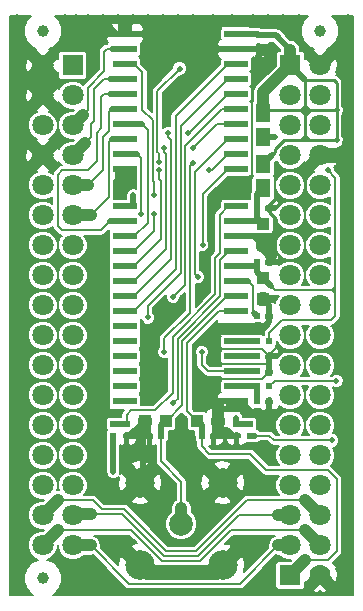
<source format=gbr>
G04 #@! TF.FileFunction,Copper,L1,Top,Signal*
%FSLAX46Y46*%
G04 Gerber Fmt 4.6, Leading zero omitted, Abs format (unit mm)*
G04 Created by KiCad (PCBNEW 4.0.1-3.201512221401+6198~38~ubuntu15.10.1-stable) date Thu 31 Mar 2016 03:59:57 PM EEST*
%MOMM*%
G01*
G04 APERTURE LIST*
%ADD10C,0.100000*%
%ADD11R,1.750000X1.750000*%
%ADD12C,1.800000*%
%ADD13R,1.016000X1.016000*%
%ADD14R,0.500000X0.550000*%
%ADD15R,0.550000X0.500000*%
%ADD16R,1.270000X1.524000*%
%ADD17C,2.500000*%
%ADD18C,2.000000*%
%ADD19R,2.000000X0.600000*%
%ADD20R,1.778000X1.778000*%
%ADD21C,1.778000*%
%ADD22C,1.000000*%
%ADD23C,0.500000*%
%ADD24C,1.016000*%
%ADD25C,0.508000*%
%ADD26C,0.254000*%
%ADD27C,0.203200*%
%ADD28C,1.270000*%
G04 APERTURE END LIST*
D10*
D11*
X149225000Y-74676000D03*
D12*
X151765000Y-74676000D03*
X149225000Y-77216000D03*
X151765000Y-77216000D03*
X149225000Y-79756000D03*
X151765000Y-79756000D03*
X149225000Y-82296000D03*
X151765000Y-82296000D03*
X149225000Y-84836000D03*
X151765000Y-84836000D03*
X151765000Y-87376000D03*
X149225000Y-87376000D03*
X151765000Y-89916000D03*
X149225000Y-89916000D03*
X151765000Y-92456000D03*
X149225000Y-92456000D03*
X151765000Y-94996000D03*
X149225000Y-94996000D03*
X151765000Y-97536000D03*
X149225000Y-97536000D03*
X151765000Y-105156000D03*
X149225000Y-105156000D03*
X151765000Y-115316000D03*
X149225000Y-112776000D03*
X151765000Y-112776000D03*
X149225000Y-115316000D03*
X149225000Y-110236000D03*
X151765000Y-107696000D03*
X151765000Y-110236000D03*
X149225000Y-107696000D03*
X151765000Y-100076000D03*
X151765000Y-102616000D03*
X149225000Y-102616000D03*
X149225000Y-100076000D03*
D13*
X146939000Y-89916000D03*
X146939000Y-88138000D03*
D14*
X142748000Y-106045000D03*
X141732000Y-106045000D03*
D15*
X144653000Y-106045000D03*
X144653000Y-105029000D03*
X145796000Y-106045000D03*
X145796000Y-105029000D03*
X134239000Y-106045000D03*
X134239000Y-105029000D03*
D14*
X146431000Y-101854000D03*
X147447000Y-101854000D03*
X146431000Y-103124000D03*
X147447000Y-103124000D03*
X147447000Y-86741000D03*
X146431000Y-86741000D03*
D13*
X146939000Y-94488000D03*
X146939000Y-92710000D03*
D14*
X147447000Y-91313000D03*
X146431000Y-91313000D03*
X146431000Y-95885000D03*
X147447000Y-95885000D03*
X146431000Y-100584000D03*
X147447000Y-100584000D03*
D16*
X146939000Y-83058000D03*
X146939000Y-85090000D03*
D14*
X146431000Y-98044000D03*
X147447000Y-98044000D03*
D15*
X135382000Y-105029000D03*
X135382000Y-106045000D03*
D14*
X137287000Y-106045000D03*
X138303000Y-106045000D03*
D17*
X136500000Y-117000000D03*
X136500000Y-110000000D03*
X143500000Y-110000000D03*
D18*
X140000000Y-113500000D03*
D17*
X143500000Y-117000000D03*
D16*
X146939000Y-80772000D03*
X146939000Y-78740000D03*
D14*
X146431000Y-99314000D03*
X147447000Y-99314000D03*
D13*
X138684000Y-104775000D03*
X136906000Y-104775000D03*
X141351000Y-104775000D03*
X143129000Y-104775000D03*
D15*
X146558000Y-72136000D03*
X146558000Y-73152000D03*
D19*
X135254000Y-72009000D03*
X135254000Y-73279000D03*
X135254000Y-74549000D03*
X135254000Y-75819000D03*
X135254000Y-77089000D03*
X135254000Y-78359000D03*
X135254000Y-79629000D03*
X135254000Y-80899000D03*
X135254000Y-82169000D03*
X135254000Y-83439000D03*
X144654000Y-83439000D03*
X144654000Y-82169000D03*
X144654000Y-80899000D03*
X144654000Y-79629000D03*
X144654000Y-78359000D03*
X144654000Y-77089000D03*
X144654000Y-75819000D03*
X144654000Y-74549000D03*
X144654000Y-73279000D03*
X144654000Y-72009000D03*
D20*
X149225000Y-117856000D03*
D21*
X151765000Y-117856000D03*
D22*
X128270000Y-118110000D03*
X128270000Y-71755000D03*
X151765000Y-71755000D03*
D19*
X135255000Y-86614000D03*
X135255000Y-87884000D03*
X135255000Y-89154000D03*
X135255000Y-90424000D03*
X135255000Y-91694000D03*
X135255000Y-92964000D03*
X135255000Y-94234000D03*
X135255000Y-95504000D03*
X135255000Y-96774000D03*
X135255000Y-98044000D03*
X135255000Y-99314000D03*
X135255000Y-100584000D03*
X135255000Y-101854000D03*
X135255000Y-103124000D03*
X144653000Y-103124000D03*
X144653000Y-101854000D03*
X144653000Y-100584000D03*
X144653000Y-99314000D03*
X144653000Y-98044000D03*
X144653000Y-96774000D03*
X144653000Y-95504000D03*
X144653000Y-94234000D03*
X144653000Y-92964000D03*
X144653000Y-91694000D03*
X144653000Y-90424000D03*
X144653000Y-89154000D03*
X144653000Y-87884000D03*
X144653000Y-86614000D03*
D11*
X130810000Y-74676000D03*
D12*
X128270000Y-74676000D03*
X130810000Y-77216000D03*
X128270000Y-77216000D03*
X130810000Y-79756000D03*
X128270000Y-79756000D03*
X130810000Y-82296000D03*
X128270000Y-82296000D03*
X130810000Y-84836000D03*
X128270000Y-84836000D03*
X128270000Y-87376000D03*
X130810000Y-87376000D03*
X128270000Y-89916000D03*
X130810000Y-89916000D03*
X128270000Y-92456000D03*
X130810000Y-92456000D03*
X128270000Y-94996000D03*
X130810000Y-94996000D03*
X128270000Y-97536000D03*
X130810000Y-97536000D03*
X128270000Y-105156000D03*
X130810000Y-105156000D03*
X128270000Y-115316000D03*
X130810000Y-112776000D03*
X128270000Y-112776000D03*
X130810000Y-115316000D03*
X130810000Y-110236000D03*
X128270000Y-107696000D03*
X128270000Y-110236000D03*
X130810000Y-107696000D03*
X128270000Y-100076000D03*
X128270000Y-102616000D03*
X130810000Y-102616000D03*
X130810000Y-100076000D03*
D23*
X133604000Y-93146237D03*
X142240000Y-93146237D03*
X142554864Y-89165767D03*
X133605891Y-90620043D03*
X142113000Y-90631190D03*
X133604000Y-91821000D03*
X142113000Y-91821000D03*
X136017000Y-84328000D03*
X135254000Y-84327000D03*
X134620000Y-84328000D03*
X143764000Y-85344000D03*
X144272000Y-84836000D03*
X144780000Y-85344000D03*
X145288000Y-84836000D03*
X137672001Y-97785999D03*
X133477000Y-98806000D03*
X133477000Y-98171000D03*
X133477000Y-97536000D03*
X133477000Y-96774000D03*
X138684000Y-95457190D03*
X137922000Y-96774000D03*
X146939000Y-89154000D03*
X146177000Y-89154000D03*
X142875000Y-97282000D03*
X146050000Y-96774000D03*
X142875000Y-96774000D03*
X143383000Y-96774000D03*
X147447000Y-99949000D03*
X144018000Y-103759000D03*
X144653000Y-103759000D03*
X143383000Y-103966190D03*
X142875000Y-103966190D03*
X142875000Y-103124000D03*
X143383000Y-103124000D03*
X143891000Y-105537000D03*
X143383000Y-105537000D03*
X142875000Y-105537000D03*
X144145000Y-106045000D03*
X143256000Y-106045000D03*
X136114201Y-105537000D03*
X137160000Y-105537000D03*
X136652000Y-105537000D03*
X136779000Y-106045000D03*
X135890000Y-106045000D03*
D22*
X154130926Y-116840000D03*
X154130926Y-114300000D03*
X154130926Y-111760000D03*
X154130926Y-109220000D03*
X154130926Y-106680000D03*
X154130926Y-104140000D03*
X154130926Y-101600000D03*
X154130926Y-99060000D03*
X154130926Y-96520000D03*
X154130926Y-93980000D03*
X154130926Y-91440000D03*
X154130926Y-88900000D03*
X154130926Y-86360000D03*
X154130926Y-83820000D03*
X154130926Y-81280000D03*
X154130926Y-78740000D03*
X154130926Y-76200000D03*
X154108848Y-72784277D03*
X154130926Y-70815954D03*
X154130926Y-74663083D03*
D23*
X154051000Y-119126000D03*
X130045460Y-119382540D03*
X131445000Y-119382540D03*
X132715000Y-119382540D03*
X133985000Y-119382540D03*
X135255000Y-119382540D03*
X136525000Y-119382540D03*
X137795000Y-119382540D03*
X139065000Y-119382540D03*
X140335000Y-119382540D03*
X141605000Y-119382540D03*
X142875000Y-119382540D03*
X144145000Y-119382540D03*
X145415000Y-119382540D03*
X146685000Y-119382540D03*
X147955000Y-119382540D03*
X149225000Y-119382540D03*
X150495000Y-119382540D03*
X152958094Y-119382540D03*
X151765000Y-119382540D03*
D22*
X126111000Y-117348000D03*
X126111000Y-119126000D03*
X126111000Y-77216000D03*
X126111000Y-72771000D03*
X126111000Y-74759254D03*
X126111000Y-70866000D03*
D23*
X150796398Y-73406000D03*
X149994999Y-71755000D03*
X149994999Y-72604601D03*
X130040001Y-72907761D03*
X130040001Y-71755000D03*
X131073288Y-70611630D03*
X132080000Y-70609839D03*
X130112700Y-70609839D03*
X133350000Y-70609839D03*
X134620000Y-70609839D03*
X135890000Y-70609839D03*
X137160000Y-70609839D03*
X138430000Y-70609839D03*
X139700000Y-70609839D03*
X140970000Y-70609799D03*
X142713801Y-70609839D03*
X144272000Y-70609839D03*
X146050000Y-70609839D03*
X147320000Y-70609839D03*
X148590000Y-70609839D03*
X147574000Y-73660000D03*
X147066000Y-73660000D03*
X146558000Y-73660000D03*
X147574000Y-73152000D03*
X147066000Y-73152000D03*
X149965978Y-70609839D03*
X136655658Y-74039089D03*
X137160000Y-74041000D03*
X137668000Y-74295000D03*
X137668000Y-74803000D03*
X133858000Y-71374000D03*
X133858000Y-72009000D03*
D22*
X126111000Y-115316000D03*
X126111000Y-79756000D03*
X126111000Y-82296000D03*
X126111000Y-84836000D03*
X126111000Y-87376000D03*
X126111000Y-89916000D03*
X126111000Y-92456000D03*
X126111000Y-94996000D03*
X126111000Y-97536000D03*
X126111000Y-100076000D03*
X126111000Y-102616000D03*
X126111000Y-105156000D03*
X126111000Y-107696000D03*
X126111000Y-110236000D03*
X126111000Y-112776000D03*
D23*
X148082000Y-99314000D03*
X152781000Y-106426000D03*
X153135372Y-101388105D03*
X153162000Y-81026000D03*
X153162000Y-78486000D03*
X141838035Y-89905996D03*
X141427190Y-92591427D03*
X139319000Y-94280820D03*
X137160000Y-96012000D03*
X152400000Y-83566000D03*
X147955000Y-80772000D03*
X138124750Y-82824857D03*
X139846838Y-74935783D03*
X140993441Y-82972860D03*
X141732000Y-98933000D03*
X138557000Y-98933000D03*
X134239000Y-109093000D03*
X144653000Y-104521000D03*
X139319000Y-103251000D03*
X137718339Y-85676611D03*
X135947335Y-85676611D03*
X136608699Y-87249000D03*
X137718321Y-87249000D03*
X138124750Y-83528070D03*
X142367000Y-83528070D03*
X138557000Y-81661000D03*
X140970000Y-81661000D03*
X140573566Y-80371966D03*
X138909305Y-80378343D03*
D24*
X154130926Y-82289512D02*
X154130926Y-83820000D01*
X153114926Y-82296000D02*
X154124438Y-82296000D01*
D25*
X154124438Y-82296000D02*
X154130926Y-82289512D01*
D24*
X154130926Y-82289512D02*
X154130926Y-81280000D01*
D25*
X146939000Y-89916000D02*
X146923909Y-89931091D01*
X146923909Y-89931091D02*
X146923909Y-90333986D01*
X146923909Y-90333986D02*
X147447000Y-90857077D01*
X147447000Y-90857077D02*
X147447000Y-91313000D01*
X147447000Y-89154000D02*
X146939000Y-89154000D01*
X147942526Y-89154000D02*
X147447000Y-89154000D01*
X147447000Y-89154000D02*
X147447000Y-91313000D01*
X147828000Y-90932000D02*
X147447000Y-91313000D01*
X147828000Y-89304342D02*
X147828000Y-90932000D01*
X147942526Y-89154000D02*
X147942526Y-89189816D01*
X147942526Y-89189816D02*
X147828000Y-89304342D01*
X147994799Y-88733201D02*
X147994799Y-89101727D01*
X147994799Y-89101727D02*
X147942526Y-89154000D01*
D26*
X147447000Y-87122000D02*
X147994799Y-87669799D01*
X147994799Y-87669799D02*
X147994799Y-88733201D01*
X147447000Y-86741000D02*
X147447000Y-87122000D01*
X147447000Y-86741000D02*
X147447000Y-86487000D01*
X147447000Y-86487000D02*
X148022170Y-85911830D01*
X148022170Y-85911830D02*
X148395830Y-85911830D01*
X148395830Y-85911830D02*
X148590000Y-86106000D01*
D25*
X142875000Y-97282000D02*
X146207451Y-97282000D01*
X146207451Y-97282000D02*
X146426612Y-97062839D01*
X146426612Y-97062839D02*
X146426612Y-96778388D01*
X146426612Y-96778388D02*
X146431000Y-96774000D01*
X147066000Y-96774000D02*
X146431000Y-96774000D01*
X146431000Y-96774000D02*
X146050000Y-96774000D01*
D27*
X147447000Y-99314000D02*
X147447000Y-99167851D01*
X147447000Y-99167851D02*
X148062851Y-98552000D01*
X148276781Y-98552000D02*
X148570580Y-98845799D01*
X148062851Y-98552000D02*
X148276781Y-98552000D01*
D26*
X147447000Y-99314000D02*
X148102379Y-99314000D01*
X153423820Y-99060000D02*
X154130926Y-99060000D01*
X148102379Y-99314000D02*
X148570580Y-98845799D01*
X148570580Y-98845799D02*
X153209619Y-98845799D01*
X153209619Y-98845799D02*
X153423820Y-99060000D01*
D27*
X142875000Y-99652530D02*
X142875000Y-98679000D01*
X142875000Y-98679000D02*
X142875000Y-97635553D01*
X147447000Y-99314000D02*
X147447000Y-99256358D01*
X147447000Y-99256358D02*
X146869642Y-98679000D01*
X146869642Y-98679000D02*
X142875000Y-98679000D01*
X147447000Y-99949000D02*
X143171470Y-99949000D01*
X143171470Y-99949000D02*
X142875000Y-99652530D01*
X142875000Y-97635553D02*
X142875000Y-97282000D01*
X147447000Y-100584000D02*
X147447000Y-100609000D01*
X143100432Y-101249199D02*
X142875815Y-101473815D01*
X147447000Y-100609000D02*
X146806801Y-101249199D01*
X146806801Y-101249199D02*
X143100432Y-101249199D01*
X142875815Y-101473815D02*
X142875000Y-101473000D01*
X142875000Y-101473000D02*
X142875000Y-103124000D01*
D25*
X142240000Y-92357579D02*
X142240000Y-93146237D01*
X142240000Y-93146237D02*
X142240000Y-93091000D01*
X142113000Y-91821000D02*
X142113000Y-92230579D01*
X142113000Y-92230579D02*
X142240000Y-92357579D01*
X142554864Y-88812214D02*
X142554864Y-89165767D01*
X142554864Y-86553136D02*
X142554864Y-88812214D01*
X142554864Y-89519320D02*
X142554864Y-89165767D01*
X142113000Y-90631190D02*
X142554864Y-90189326D01*
X143764000Y-85344000D02*
X142554864Y-86553136D01*
X142554864Y-90189326D02*
X142554864Y-89519320D01*
X133604000Y-91821000D02*
X133604000Y-90621934D01*
X133604000Y-90621934D02*
X133605891Y-90620043D01*
X142113000Y-90631190D02*
X142113000Y-90678000D01*
X133604000Y-91821000D02*
X133604000Y-96118721D01*
X133486640Y-96236081D02*
X133486640Y-96764360D01*
X133604000Y-96118721D02*
X133486640Y-96236081D01*
X133486640Y-96764360D02*
X133477000Y-96774000D01*
X133477000Y-96774000D02*
X133477000Y-96349835D01*
X133477000Y-96349835D02*
X133393165Y-96266000D01*
X133393165Y-96266000D02*
X132080000Y-96266000D01*
X142113000Y-90678000D02*
X142113000Y-91821000D01*
X136779000Y-106045000D02*
X136779000Y-109721000D01*
X136779000Y-109721000D02*
X136500000Y-110000000D01*
X133858000Y-71374000D02*
X133858000Y-71117839D01*
X133858000Y-71117839D02*
X133350000Y-70609839D01*
X137160000Y-74041000D02*
X137160000Y-72407000D01*
X137160000Y-72407000D02*
X136762000Y-72009000D01*
X136762000Y-72009000D02*
X135254000Y-72009000D01*
X135254000Y-83439000D02*
X135982710Y-83439000D01*
X135982710Y-83439000D02*
X136017000Y-83473290D01*
X136017000Y-83473290D02*
X136017000Y-84328000D01*
X135254000Y-84327000D02*
X136016000Y-84327000D01*
X136016000Y-84327000D02*
X136017000Y-84328000D01*
X134620000Y-84328000D02*
X135253000Y-84328000D01*
X135253000Y-84328000D02*
X135254000Y-84327000D01*
X135254000Y-83439000D02*
X135254000Y-84327000D01*
X135254000Y-83439000D02*
X134620000Y-83439000D01*
X134620000Y-83439000D02*
X134620000Y-84328000D01*
D27*
X144272000Y-84836000D02*
X143764000Y-85344000D01*
X144780000Y-85344000D02*
X144272000Y-84836000D01*
X145288000Y-84836000D02*
X144780000Y-85344000D01*
X145958801Y-84165199D02*
X145288000Y-84836000D01*
X146558000Y-73660000D02*
X145958801Y-74259199D01*
X145958801Y-74259199D02*
X145958801Y-84165199D01*
D28*
X151765000Y-82296000D02*
X153114926Y-82296000D01*
D25*
X137922000Y-96774000D02*
X137910991Y-96785009D01*
X137910991Y-97547009D02*
X137672001Y-97785999D01*
X137910991Y-96785009D02*
X137910991Y-97547009D01*
X133477000Y-98171000D02*
X133477000Y-98806000D01*
X133477000Y-97536000D02*
X133477000Y-98171000D01*
X133477000Y-96774000D02*
X133477000Y-97536000D01*
D27*
X132080000Y-96266000D02*
X127381000Y-96266000D01*
X127381000Y-96266000D02*
X126111000Y-94996000D01*
X147447000Y-103886000D02*
X152659837Y-103886000D01*
X152659837Y-103886000D02*
X152913837Y-104140000D01*
X152913837Y-104140000D02*
X154130926Y-104140000D01*
D25*
X143146000Y-73279000D02*
X142748000Y-73279000D01*
X144654000Y-73279000D02*
X143146000Y-73279000D01*
X137922000Y-96266000D02*
X138684000Y-95457190D01*
X137922000Y-96774000D02*
X137922000Y-96266000D01*
X146939000Y-89154000D02*
X146939000Y-89916000D01*
X146530553Y-89154000D02*
X146939000Y-89154000D01*
X146177000Y-89154000D02*
X146530553Y-89154000D01*
X142875000Y-97282000D02*
X143383000Y-96774000D01*
X142875000Y-96774000D02*
X142875000Y-97282000D01*
X146050000Y-96774000D02*
X144653000Y-96774000D01*
X143383000Y-96774000D02*
X142875000Y-96774000D01*
X144653000Y-96774000D02*
X143383000Y-96774000D01*
X147447000Y-99949000D02*
X147447000Y-100584000D01*
X147447000Y-99314000D02*
X147447000Y-99949000D01*
X145034000Y-103124000D02*
X145669000Y-103759000D01*
X145669000Y-103759000D02*
X146050000Y-104140000D01*
X144653000Y-103759000D02*
X145669000Y-103759000D01*
X144018000Y-103759000D02*
X144018000Y-103124000D01*
X144018000Y-103124000D02*
X144653000Y-103124000D01*
X144018000Y-103759000D02*
X143383000Y-103759000D01*
X144653000Y-103759000D02*
X144018000Y-103759000D01*
X143383000Y-103966190D02*
X143383000Y-103759000D01*
X143383000Y-103759000D02*
X143383000Y-103124000D01*
X144653000Y-103124000D02*
X144653000Y-103759000D01*
X142875000Y-103966190D02*
X142875000Y-103124000D01*
X143383000Y-103966190D02*
X142875000Y-103966190D01*
X143383000Y-104521000D02*
X143383000Y-103966190D01*
X143383000Y-104013000D02*
X143383000Y-103966190D01*
X143129000Y-104775000D02*
X143383000Y-104521000D01*
X142875000Y-104521000D02*
X142875000Y-103966190D01*
X142875000Y-104013000D02*
X142875000Y-103966190D01*
X143383000Y-103124000D02*
X142875000Y-103124000D01*
X144653000Y-103124000D02*
X143383000Y-103124000D01*
X136114201Y-105537000D02*
X135606201Y-106045000D01*
X135606201Y-106045000D02*
X135382000Y-106045000D01*
X136114201Y-105537000D02*
X136144000Y-105537000D01*
X136144000Y-105537000D02*
X136906000Y-104775000D01*
X142875000Y-105537000D02*
X142875000Y-105918000D01*
X142875000Y-105918000D02*
X142748000Y-106045000D01*
X143891000Y-105537000D02*
X144399000Y-106045000D01*
X144399000Y-106045000D02*
X144653000Y-106045000D01*
X144145000Y-106045000D02*
X143891000Y-106045000D01*
X143891000Y-106045000D02*
X143256000Y-106045000D01*
X143891000Y-105537000D02*
X143891000Y-106045000D01*
X143383000Y-105537000D02*
X143891000Y-105537000D01*
X143383000Y-105537000D02*
X143383000Y-105918000D01*
X143383000Y-105918000D02*
X143256000Y-106045000D01*
X143383000Y-105537000D02*
X142875000Y-105537000D01*
X143383000Y-105029000D02*
X143383000Y-105537000D01*
X143129000Y-104775000D02*
X143383000Y-105029000D01*
X142875000Y-105029000D02*
X142875000Y-105537000D01*
X143129000Y-104775000D02*
X142875000Y-105029000D01*
X144653000Y-106045000D02*
X144145000Y-106045000D01*
X142748000Y-106045000D02*
X143256000Y-106045000D01*
X136114201Y-105537000D02*
X136114201Y-105820799D01*
X136114201Y-105820799D02*
X135890000Y-106045000D01*
X136652000Y-105537000D02*
X136114201Y-105537000D01*
X137160000Y-105537000D02*
X137160000Y-105918000D01*
X137160000Y-105918000D02*
X137287000Y-106045000D01*
X136652000Y-105537000D02*
X136652000Y-105918000D01*
X136652000Y-105918000D02*
X136779000Y-106045000D01*
X137160000Y-105537000D02*
X136652000Y-105537000D01*
X137160000Y-105029000D02*
X137160000Y-105537000D01*
X136906000Y-104775000D02*
X137160000Y-105029000D01*
X136652000Y-105029000D02*
X136652000Y-105537000D01*
X136906000Y-104775000D02*
X136652000Y-105029000D01*
X135890000Y-106045000D02*
X136398000Y-106045000D01*
X136779000Y-106045000D02*
X136398000Y-106045000D01*
X137287000Y-106045000D02*
X136779000Y-106045000D01*
X135382000Y-106045000D02*
X135890000Y-106045000D01*
D28*
X136500000Y-117000000D02*
X137072776Y-117572776D01*
X137072776Y-117572776D02*
X142927224Y-117572776D01*
X142927224Y-117572776D02*
X143500000Y-117000000D01*
D25*
X147574000Y-73660000D02*
X147574000Y-73152000D01*
X147066000Y-73660000D02*
X147574000Y-73660000D01*
X147066000Y-73660000D02*
X146558000Y-73660000D01*
X147066000Y-73152000D02*
X147066000Y-73660000D01*
X146558000Y-73152000D02*
X146558000Y-73660000D01*
X147066000Y-73152000D02*
X147574000Y-73152000D01*
X146558000Y-73152000D02*
X147066000Y-73152000D01*
X135254000Y-72009000D02*
X134493000Y-72009000D01*
X134493000Y-72009000D02*
X133858000Y-71374000D01*
X133858000Y-71655447D02*
X133858000Y-71374000D01*
X133858000Y-72009000D02*
X133858000Y-71655447D01*
X135254000Y-72009000D02*
X133858000Y-72009000D01*
X148082000Y-99314000D02*
X147447000Y-99314000D01*
X144653000Y-89154000D02*
X143953000Y-89154000D01*
X143129000Y-104775000D02*
X142875000Y-104521000D01*
X144653000Y-103124000D02*
X145034000Y-103124000D01*
X147447000Y-103886000D02*
X147447000Y-103124000D01*
X147193000Y-104140000D02*
X147447000Y-103886000D01*
X146050000Y-104140000D02*
X147193000Y-104140000D01*
X147447000Y-95885000D02*
X147447000Y-96266000D01*
X147447000Y-96393000D02*
X147066000Y-96774000D01*
X146939000Y-94488000D02*
X147447000Y-94996000D01*
X147447000Y-94996000D02*
X147447000Y-95885000D01*
X146939000Y-89916000D02*
X146177000Y-89154000D01*
X146177000Y-89154000D02*
X144653000Y-89154000D01*
D24*
X150622000Y-83439000D02*
X150495000Y-83566000D01*
D26*
X150495000Y-83566000D02*
X150495000Y-85725000D01*
D24*
X151765000Y-82296000D02*
X150622000Y-83439000D01*
D26*
X147955000Y-86741000D02*
X148590000Y-86106000D01*
X148590000Y-86106000D02*
X150114000Y-86106000D01*
X150114000Y-86106000D02*
X150495000Y-85725000D01*
D25*
X147447000Y-86741000D02*
X147955000Y-86741000D01*
X144654000Y-73279000D02*
X146431000Y-73279000D01*
X146431000Y-73279000D02*
X146558000Y-73152000D01*
X128270000Y-74422000D02*
X128270000Y-74676000D01*
D24*
X128270000Y-74676000D02*
X128270000Y-77216000D01*
D27*
X147828000Y-106426000D02*
X147447000Y-106045000D01*
X147447000Y-106045000D02*
X146274200Y-106045000D01*
X152781000Y-106426000D02*
X147828000Y-106426000D01*
X147447000Y-101854000D02*
X147447000Y-101853136D01*
X147447000Y-101853136D02*
X147912031Y-101388105D01*
X147912031Y-101388105D02*
X152781819Y-101388105D01*
X152781819Y-101388105D02*
X153135372Y-101388105D01*
D26*
X153162000Y-78486000D02*
X153162000Y-81026000D01*
X150495000Y-78105000D02*
X150876000Y-78486000D01*
X150495000Y-77978000D02*
X150495000Y-78486000D01*
X150495000Y-76835000D02*
X150495000Y-77978000D01*
X150495000Y-77978000D02*
X150495000Y-78105000D01*
X150495000Y-78105000D02*
X150114000Y-78486000D01*
X152903660Y-75941660D02*
X153162000Y-76200000D01*
X153162000Y-76200000D02*
X153162000Y-78486000D01*
X150495000Y-75941660D02*
X152903660Y-75941660D01*
X149225000Y-74676000D02*
X149229340Y-74676000D01*
D25*
X149229340Y-74676000D02*
X150495000Y-75941660D01*
D26*
X150495000Y-75941660D02*
X150495000Y-76835000D01*
D24*
X149225000Y-74676000D02*
X149219015Y-74676000D01*
X149219015Y-74676000D02*
X146936843Y-76958172D01*
X146936843Y-76958172D02*
X146936843Y-78737843D01*
X146936843Y-78737843D02*
X146939000Y-78740000D01*
D26*
X151003000Y-78486000D02*
X150495000Y-78486000D01*
X153162000Y-78486000D02*
X151003000Y-78486000D01*
X151003000Y-78486000D02*
X150876000Y-78486000D01*
X150876000Y-78486000D02*
X150495000Y-78867000D01*
X150495000Y-80645000D02*
X150495000Y-78867000D01*
X150495000Y-78867000D02*
X150495000Y-78486000D01*
X149987000Y-78486000D02*
X150114000Y-78486000D01*
X150114000Y-78486000D02*
X150495000Y-78867000D01*
X150495000Y-81026000D02*
X150876000Y-81026000D01*
X150876000Y-81026000D02*
X153162000Y-81026000D01*
X150495000Y-80645000D02*
X150876000Y-81026000D01*
X150495000Y-81026000D02*
X150495000Y-80645000D01*
X148717000Y-81026000D02*
X150114000Y-81026000D01*
X150114000Y-81026000D02*
X150241000Y-81026000D01*
X150495000Y-80645000D02*
X150114000Y-81026000D01*
X150241000Y-81026000D02*
X150495000Y-81026000D01*
X150495000Y-78486000D02*
X149987000Y-78486000D01*
X147955000Y-81788000D02*
X148717000Y-81026000D01*
X147955000Y-82042000D02*
X147955000Y-81788000D01*
X147701000Y-82296000D02*
X147955000Y-82042000D01*
D25*
X145796000Y-106045000D02*
X146274200Y-106045000D01*
D27*
X147447000Y-101879000D02*
X147447000Y-101854000D01*
D26*
X149987000Y-78486000D02*
X148082000Y-78486000D01*
D25*
X146939000Y-78740000D02*
X147193000Y-78486000D01*
D26*
X147193000Y-78486000D02*
X148082000Y-78486000D01*
D25*
X146939000Y-83058000D02*
X147701000Y-82296000D01*
X149225000Y-73355200D02*
X148005800Y-72136000D01*
X148005800Y-72136000D02*
X146558000Y-72136000D01*
D24*
X149225000Y-74676000D02*
X149225000Y-73355200D01*
D25*
X144654000Y-72009000D02*
X146431000Y-72009000D01*
X146431000Y-72009000D02*
X146558000Y-72136000D01*
D27*
X133731000Y-73279000D02*
X133477000Y-73533000D01*
X133477000Y-75184000D02*
X132080000Y-76581000D01*
X133477000Y-73533000D02*
X133477000Y-75184000D01*
D25*
X135254000Y-73279000D02*
X134112000Y-73279000D01*
D27*
X134112000Y-73279000D02*
X133731000Y-73279000D01*
X132080000Y-78486000D02*
X131699000Y-78867000D01*
X132080000Y-76581000D02*
X132080000Y-78486000D01*
D24*
X130683000Y-79883000D02*
X131699000Y-78867000D01*
D27*
X131699000Y-78867000D02*
X131572000Y-78994000D01*
D24*
X131572000Y-78994000D02*
X131445000Y-79121000D01*
D27*
X133985000Y-75819000D02*
X133477000Y-75819000D01*
D25*
X135254000Y-75819000D02*
X133985000Y-75819000D01*
D27*
X132334000Y-80772000D02*
X131953000Y-81153000D01*
X132334000Y-79629000D02*
X132334000Y-80772000D01*
X132588000Y-79375000D02*
X132334000Y-79629000D01*
X132588000Y-76708000D02*
X132588000Y-79375000D01*
X133477000Y-75819000D02*
X132588000Y-76708000D01*
X132080000Y-81026000D02*
X131953000Y-81153000D01*
X131953000Y-81153000D02*
X131826000Y-81280000D01*
X132080000Y-81026000D02*
X131826000Y-81280000D01*
D24*
X130810000Y-82296000D02*
X131826000Y-81280000D01*
D27*
X134112000Y-78359000D02*
X133858000Y-78613000D01*
X133350000Y-83566000D02*
X132080000Y-84836000D01*
D25*
X135254000Y-78359000D02*
X134112000Y-78359000D01*
D24*
X132080000Y-84836000D02*
X130810000Y-84836000D01*
D27*
X133350000Y-80772000D02*
X133350000Y-83566000D01*
X133858000Y-80264000D02*
X133350000Y-80772000D01*
X133858000Y-78613000D02*
X133858000Y-80264000D01*
X134112000Y-80899000D02*
X133858000Y-81153000D01*
D24*
X130810000Y-87376000D02*
X132334000Y-87376000D01*
D25*
X134112000Y-80899000D02*
X135254000Y-80899000D01*
D27*
X133858000Y-85852000D02*
X132334000Y-87376000D01*
X133858000Y-81153000D02*
X133858000Y-85852000D01*
X141838035Y-89552443D02*
X141838035Y-89905996D01*
X143954000Y-83439000D02*
X141838035Y-85554965D01*
X144654000Y-83439000D02*
X143954000Y-83439000D01*
X141838035Y-85554965D02*
X141838035Y-89552443D01*
X141177191Y-92341428D02*
X141427190Y-92591427D01*
X141158100Y-92322337D02*
X141177191Y-92341428D01*
X141158100Y-83694900D02*
X141158100Y-92322337D01*
X143954000Y-80899000D02*
X141158100Y-83694900D01*
X144654000Y-80899000D02*
X143954000Y-80899000D01*
X140345278Y-93254542D02*
X139568999Y-94030821D01*
X140345278Y-81464522D02*
X140345278Y-93254542D01*
X139568999Y-94030821D02*
X139319000Y-94280820D01*
X144654000Y-78359000D02*
X143450800Y-78359000D01*
X143450800Y-78359000D02*
X140345278Y-81464522D01*
X139938867Y-92257773D02*
X139938867Y-79834133D01*
X143954000Y-75819000D02*
X144654000Y-75819000D01*
X137160000Y-96012000D02*
X137160000Y-95036640D01*
X139938867Y-79834133D02*
X143954000Y-75819000D01*
X137160000Y-95036640D02*
X139938867Y-92257773D01*
X138366066Y-116632967D02*
X141596271Y-116632967D01*
X135779100Y-114046000D02*
X138366066Y-116632967D01*
X129540000Y-114046000D02*
X135779100Y-114046000D01*
X141596271Y-116632967D02*
X144183238Y-114046000D01*
X144183238Y-114046000D02*
X150495000Y-114046000D01*
D24*
X151765000Y-115316000D02*
X150495000Y-114046000D01*
X129540000Y-114046000D02*
X128270000Y-115316000D01*
D27*
X134956851Y-112649000D02*
X138534406Y-116226556D01*
X138534406Y-116226556D02*
X141427931Y-116226556D01*
X132334000Y-112649000D02*
X134956851Y-112649000D01*
X144878487Y-112776000D02*
X148209000Y-112776000D01*
X141427931Y-116226556D02*
X144878487Y-112776000D01*
D24*
X130937000Y-112649000D02*
X132334000Y-112649000D01*
X149225000Y-112776000D02*
X148209000Y-112776000D01*
X148209000Y-112776000D02*
X148336000Y-112776000D01*
X130810000Y-112776000D02*
X130937000Y-112649000D01*
D27*
X129540000Y-111506000D02*
X132541712Y-111506000D01*
X132541712Y-111506000D02*
X133277075Y-112241363D01*
X133277075Y-112241363D02*
X135123964Y-112241363D01*
X145573736Y-111506000D02*
X150495000Y-111506000D01*
X135123964Y-112241363D02*
X138702746Y-115820145D01*
X138702746Y-115820145D02*
X141259591Y-115820145D01*
X141259591Y-115820145D02*
X145573736Y-111506000D01*
D24*
X151765000Y-112776000D02*
X150495000Y-111506000D01*
X129540000Y-111506000D02*
X128270000Y-112776000D01*
D27*
X132334000Y-115316000D02*
X135572801Y-118554801D01*
X135572801Y-118554801D02*
X144970199Y-118554801D01*
X144970199Y-118554801D02*
X148209000Y-115316000D01*
D24*
X130810000Y-115316000D02*
X132334000Y-115316000D01*
X148209000Y-115316000D02*
X149225000Y-115316000D01*
D25*
X144653000Y-87884000D02*
X146685000Y-87884000D01*
X146685000Y-87884000D02*
X146939000Y-88138000D01*
X146939000Y-88138000D02*
X146431000Y-87630000D01*
X146431000Y-87630000D02*
X146431000Y-86741000D01*
X146939000Y-85090000D02*
X146431000Y-85598000D01*
X146431000Y-85598000D02*
X146431000Y-86741000D01*
X144653000Y-98044000D02*
X146431000Y-98044000D01*
D27*
X147447000Y-98044000D02*
X147447000Y-97360320D01*
X147447000Y-97360320D02*
X148541320Y-96266000D01*
X148541320Y-96266000D02*
X152654000Y-96266000D01*
X152654000Y-96266000D02*
X153035000Y-95885000D01*
X153035000Y-95885000D02*
X153035000Y-93980000D01*
X152400000Y-83566000D02*
X152401690Y-83566000D01*
X152401690Y-83566000D02*
X153035000Y-84199310D01*
X153035000Y-84199310D02*
X153035000Y-93472000D01*
X152781000Y-93726000D02*
X153035000Y-93980000D01*
X152781000Y-93726000D02*
X153035000Y-93472000D01*
X153035000Y-93726000D02*
X152781000Y-93726000D01*
D25*
X147574000Y-93345000D02*
X146939000Y-92710000D01*
D27*
X147574000Y-93345000D02*
X147955000Y-93726000D01*
X147955000Y-93726000D02*
X152781000Y-93726000D01*
D25*
X147955000Y-80772000D02*
X146939000Y-80772000D01*
D27*
X153035000Y-93980000D02*
X153035000Y-93726000D01*
X153035000Y-93726000D02*
X153035000Y-93472000D01*
D25*
X146939000Y-92710000D02*
X146431000Y-92202000D01*
X146431000Y-92202000D02*
X146431000Y-91821000D01*
X146431000Y-91313000D02*
X146431000Y-91821000D01*
X146304000Y-91694000D02*
X144653000Y-91694000D01*
X146431000Y-91821000D02*
X146304000Y-91694000D01*
D27*
X146177000Y-95631000D02*
X146050000Y-95504000D01*
D25*
X144653000Y-92964000D02*
X145669000Y-92964000D01*
X146177000Y-95631000D02*
X146431000Y-95885000D01*
D27*
X146050000Y-93345000D02*
X145669000Y-92964000D01*
X146050000Y-95504000D02*
X146050000Y-93345000D01*
X140751689Y-95599589D02*
X140751689Y-83214612D01*
X140751689Y-83214612D02*
X140993441Y-82972860D01*
X138557000Y-97794278D02*
X140751689Y-95599589D01*
X138557000Y-98933000D02*
X138557000Y-97794278D01*
X139846838Y-74935783D02*
X137976342Y-76806279D01*
X137976342Y-76806279D02*
X137976342Y-81962187D01*
X137976342Y-81962187D02*
X138124750Y-82110595D01*
X138124750Y-82110595D02*
X138124750Y-82824857D01*
X144653000Y-100584000D02*
X142240000Y-100584000D01*
X142240000Y-100584000D02*
X141732000Y-100076000D01*
X141732000Y-100076000D02*
X141732000Y-98933000D01*
D25*
X144653000Y-100584000D02*
X146431000Y-100584000D01*
D27*
X143256000Y-87311000D02*
X143256000Y-90590818D01*
X144653000Y-86614000D02*
X143953000Y-86614000D01*
X143953000Y-86614000D02*
X143256000Y-87311000D01*
X143256000Y-90590818D02*
X142892797Y-90954021D01*
X139273014Y-97668593D02*
X139273014Y-102407986D01*
X142892797Y-90954021D02*
X142892797Y-94048810D01*
X142892797Y-94048810D02*
X139273014Y-97668593D01*
X139273014Y-102407986D02*
X137795000Y-103886000D01*
X137795000Y-103886000D02*
X135760120Y-103886000D01*
X135760120Y-103886000D02*
X135382000Y-104264120D01*
X135382000Y-104264120D02*
X135382000Y-105029000D01*
D25*
X134239000Y-105029000D02*
X135382000Y-105029000D01*
D27*
X144653000Y-94234000D02*
X143857109Y-94234000D01*
X143857109Y-94234000D02*
X140085836Y-98005273D01*
X140085836Y-98005273D02*
X140085836Y-103456358D01*
X140085836Y-103456358D02*
X138767194Y-104775000D01*
X138767194Y-104775000D02*
X138684000Y-104775000D01*
D25*
X138303000Y-106045000D02*
X138310620Y-106037380D01*
X138310620Y-106037380D02*
X138310620Y-105148380D01*
X138310620Y-105148380D02*
X138684000Y-104775000D01*
D27*
X140004800Y-112166400D02*
X140004800Y-109905800D01*
D24*
X140004800Y-113495200D02*
X140004800Y-112166400D01*
D27*
X138303000Y-106603800D02*
X138303000Y-106045000D01*
X138303000Y-108204000D02*
X138303000Y-106603800D01*
X140004800Y-109905800D02*
X138303000Y-108204000D01*
D24*
X140000000Y-113500000D02*
X140004800Y-113495200D01*
D27*
X144653000Y-95504000D02*
X143161860Y-95504000D01*
X140492247Y-98173613D02*
X140492247Y-103928742D01*
X143161860Y-95504000D02*
X140492247Y-98173613D01*
X140492247Y-103928742D02*
X141338505Y-104775000D01*
X141338505Y-104775000D02*
X141351000Y-104775000D01*
X150495000Y-116586000D02*
X152400000Y-116586000D01*
X153162000Y-115824000D02*
X153162000Y-109728000D01*
X153162000Y-109728000D02*
X152400000Y-108966000D01*
X152400000Y-116586000D02*
X153162000Y-115824000D01*
X152400000Y-108966000D02*
X147193000Y-108966000D01*
X147193000Y-108966000D02*
X145814404Y-107587404D01*
X145814404Y-107587404D02*
X142384134Y-107587404D01*
X142384134Y-107587404D02*
X141732000Y-106935270D01*
X141732000Y-106935270D02*
X141732000Y-106045000D01*
D25*
X141732000Y-106045000D02*
X141724380Y-106037380D01*
X141724380Y-105148380D02*
X141351000Y-104775000D01*
X141724380Y-106037380D02*
X141724380Y-105148380D01*
D24*
X149225000Y-117856000D02*
X150495000Y-116586000D01*
D25*
X134239000Y-106045000D02*
X134239000Y-109093000D01*
D27*
X139568999Y-103001001D02*
X139319000Y-103251000D01*
X143299208Y-94217150D02*
X139679425Y-97836933D01*
X143299208Y-91122360D02*
X143299208Y-94217150D01*
X143997568Y-90424000D02*
X143299208Y-91122360D01*
X139679425Y-102890575D02*
X139568999Y-103001001D01*
X144653000Y-90424000D02*
X143997568Y-90424000D01*
X139679425Y-97836933D02*
X139679425Y-102890575D01*
D25*
X144653000Y-105029000D02*
X144653000Y-104521000D01*
X144653000Y-105029000D02*
X145796000Y-105029000D01*
X146431000Y-101854000D02*
X144653000Y-101854000D01*
X146431000Y-103124000D02*
X146431000Y-101854000D01*
X144653000Y-99314000D02*
X146431000Y-99314000D01*
D27*
X135254000Y-74549000D02*
X135990527Y-74549000D01*
X137569930Y-79332430D02*
X137569930Y-84430251D01*
X135990527Y-74549000D02*
X136707769Y-75266242D01*
X136707769Y-75266242D02*
X136707769Y-78470269D01*
X136707769Y-78470269D02*
X137569930Y-79332430D01*
X137569930Y-84430251D02*
X137718339Y-84578660D01*
X137718339Y-84578660D02*
X137718339Y-85676611D01*
D25*
X135255000Y-86614000D02*
X135941870Y-86614000D01*
X135941870Y-86614000D02*
X135941870Y-85676611D01*
X135941870Y-85676611D02*
X135947335Y-85676611D01*
D27*
X129540000Y-88265000D02*
X129540000Y-83947000D01*
X133223000Y-88646000D02*
X129921000Y-88646000D01*
X129921000Y-88646000D02*
X129540000Y-88265000D01*
X129540000Y-83947000D02*
X129921000Y-83566000D01*
X133985000Y-77089000D02*
X133477000Y-77089000D01*
D25*
X135254000Y-77089000D02*
X133985000Y-77089000D01*
D27*
X132080000Y-83566000D02*
X129921000Y-83566000D01*
X132842000Y-82804000D02*
X132080000Y-83566000D01*
X132842000Y-80391000D02*
X132842000Y-82804000D01*
X133223000Y-80010000D02*
X132842000Y-80391000D01*
X133223000Y-77343000D02*
X133223000Y-80010000D01*
X133477000Y-77089000D02*
X133223000Y-77343000D01*
D25*
X133985000Y-87884000D02*
X135255000Y-87884000D01*
D27*
X133985000Y-87884000D02*
X133223000Y-88646000D01*
X136652000Y-79629000D02*
X137163519Y-80140519D01*
X137163519Y-80140519D02*
X137163519Y-88015101D01*
X137163519Y-88015101D02*
X136024620Y-89154000D01*
X136024620Y-89154000D02*
X135255000Y-89154000D01*
D25*
X135254000Y-79629000D02*
X136652000Y-79629000D01*
D27*
X135255000Y-90424000D02*
X135973820Y-90424000D01*
X137718321Y-87602553D02*
X137718321Y-87249000D01*
X135973820Y-90424000D02*
X137718321Y-88679499D01*
X137718321Y-88679499D02*
X137718321Y-87602553D01*
X136271000Y-82169000D02*
X136608699Y-82506699D01*
X136608699Y-86895447D02*
X136608699Y-87249000D01*
X136608699Y-82506699D02*
X136608699Y-86895447D01*
X136271000Y-82169000D02*
X136271000Y-82169000D01*
D25*
X136271000Y-82169000D02*
X135254000Y-82169000D01*
D27*
X135255000Y-91694000D02*
X135955000Y-91694000D01*
X135955000Y-91694000D02*
X138289085Y-89359915D01*
X138289085Y-89359915D02*
X138289085Y-84435158D01*
X138289085Y-84435158D02*
X138124750Y-84270823D01*
X138124750Y-84270823D02*
X138124750Y-83528070D01*
X143954000Y-82169000D02*
X142594930Y-83528070D01*
X144654000Y-82169000D02*
X143954000Y-82169000D01*
X142594930Y-83528070D02*
X142367000Y-83528070D01*
X135955000Y-92964000D02*
X135255000Y-92964000D01*
X138719634Y-90199366D02*
X135955000Y-92964000D01*
X138557000Y-81661000D02*
X138557000Y-82014553D01*
X138719634Y-82177187D02*
X138719634Y-90199366D01*
X138557000Y-82014553D02*
X138719634Y-82177187D01*
X144654000Y-79629000D02*
X143002390Y-79629000D01*
X140970390Y-81661000D02*
X140970000Y-81661000D01*
X143002390Y-79629000D02*
X140970390Y-81661000D01*
X135955000Y-94234000D02*
X139126045Y-91062955D01*
X139126045Y-80948636D02*
X138909305Y-80731896D01*
X139126045Y-91062955D02*
X139126045Y-80948636D01*
X138909305Y-80731896D02*
X138909305Y-80378343D01*
X135255000Y-94234000D02*
X135955000Y-94234000D01*
X140671034Y-80371966D02*
X140573566Y-80371966D01*
X144654000Y-77089000D02*
X143954000Y-77089000D01*
X143954000Y-77089000D02*
X140671034Y-80371966D01*
X139532456Y-91926544D02*
X139532456Y-78970544D01*
X143954000Y-74549000D02*
X144654000Y-74549000D01*
X139532456Y-78970544D02*
X143954000Y-74549000D01*
X135255000Y-95504000D02*
X135955000Y-95504000D01*
X135955000Y-95504000D02*
X139532456Y-91926544D01*
G36*
X126899465Y-70837507D02*
X126652681Y-71431828D01*
X126652119Y-72075349D01*
X126897866Y-72670100D01*
X127352507Y-73125535D01*
X127735825Y-73284703D01*
X127660662Y-73430266D01*
X128270000Y-74039604D01*
X128879338Y-73430266D01*
X128804101Y-73284560D01*
X129185100Y-73127134D01*
X129640535Y-72672493D01*
X129887319Y-72078172D01*
X129887747Y-71587743D01*
X133644400Y-71587743D01*
X133644400Y-71706600D01*
X133796800Y-71859000D01*
X134754000Y-71859000D01*
X134754000Y-71251800D01*
X135754000Y-71251800D01*
X135754000Y-71859000D01*
X136711200Y-71859000D01*
X136863600Y-71706600D01*
X136863600Y-71587743D01*
X136770794Y-71363689D01*
X136599311Y-71192206D01*
X136375257Y-71099400D01*
X135906400Y-71099400D01*
X135754000Y-71251800D01*
X134754000Y-71251800D01*
X134601600Y-71099400D01*
X134132743Y-71099400D01*
X133908689Y-71192206D01*
X133737206Y-71363689D01*
X133644400Y-71587743D01*
X129887747Y-71587743D01*
X129887881Y-71434651D01*
X129642134Y-70839900D01*
X129285457Y-70482600D01*
X150749992Y-70482600D01*
X150394465Y-70837507D01*
X150147681Y-71431828D01*
X150147119Y-72075349D01*
X150392866Y-72670100D01*
X150847507Y-73125535D01*
X151230825Y-73284703D01*
X151155662Y-73430266D01*
X151765000Y-74039604D01*
X152374338Y-73430266D01*
X152299101Y-73284560D01*
X152680100Y-73127134D01*
X153135535Y-72672493D01*
X153382319Y-72078172D01*
X153382881Y-71434651D01*
X153137134Y-70839900D01*
X152780457Y-70482600D01*
X154517400Y-70482600D01*
X154517400Y-119517400D01*
X129099750Y-119517400D01*
X129185100Y-119482134D01*
X129640535Y-119027493D01*
X129887319Y-118433172D01*
X129887881Y-117789651D01*
X129642134Y-117194900D01*
X129187493Y-116739465D01*
X128651534Y-116516915D01*
X128980311Y-116381067D01*
X129333825Y-116028169D01*
X129525382Y-115566850D01*
X129525631Y-115281684D01*
X129554454Y-115252860D01*
X129554182Y-115564659D01*
X129744933Y-116026311D01*
X130097831Y-116379825D01*
X130559150Y-116571382D01*
X131058659Y-116571818D01*
X131520311Y-116381067D01*
X131722130Y-116179600D01*
X132334000Y-116179600D01*
X132515016Y-116143594D01*
X135249512Y-118878090D01*
X135397838Y-118977199D01*
X135572801Y-119012001D01*
X144970199Y-119012001D01*
X145145162Y-118977199D01*
X145293488Y-118878090D01*
X148027984Y-116143594D01*
X148209000Y-116179600D01*
X148312955Y-116179600D01*
X148512831Y-116379825D01*
X148974150Y-116571382D01*
X149288029Y-116571656D01*
X149255251Y-116604434D01*
X148336000Y-116604434D01*
X148204223Y-116629230D01*
X148083193Y-116707110D01*
X148001999Y-116825942D01*
X147973434Y-116967000D01*
X147973434Y-118745000D01*
X147998230Y-118876777D01*
X148076110Y-118997807D01*
X148194942Y-119079001D01*
X148336000Y-119107566D01*
X150114000Y-119107566D01*
X150203139Y-119090793D01*
X151158825Y-119090793D01*
X151265339Y-119299952D01*
X151855950Y-119381250D01*
X152264661Y-119299952D01*
X152371175Y-119090793D01*
X151765000Y-118484618D01*
X151158825Y-119090793D01*
X150203139Y-119090793D01*
X150245777Y-119082770D01*
X150366807Y-119004890D01*
X150448001Y-118886058D01*
X150476566Y-118745000D01*
X150476566Y-118434858D01*
X150530207Y-118462175D01*
X151136382Y-117856000D01*
X151059378Y-117778996D01*
X151687996Y-117150378D01*
X151765000Y-117227382D01*
X151842004Y-117150378D01*
X152470622Y-117778996D01*
X152393618Y-117856000D01*
X152999793Y-118462175D01*
X153208952Y-118355661D01*
X153290250Y-117765050D01*
X153208952Y-117356339D01*
X153083097Y-117292247D01*
X153221195Y-117154149D01*
X152849812Y-116782766D01*
X153485289Y-116147289D01*
X153584398Y-115998963D01*
X153619200Y-115824000D01*
X153619200Y-109728000D01*
X153584398Y-109553037D01*
X153485289Y-109404711D01*
X152723289Y-108642711D01*
X152645765Y-108590910D01*
X152828825Y-108408169D01*
X153020382Y-107946850D01*
X153020818Y-107447341D01*
X152849061Y-107031659D01*
X152900933Y-107031704D01*
X153123596Y-106939702D01*
X153294103Y-106769493D01*
X153386494Y-106546990D01*
X153386704Y-106306067D01*
X153294702Y-106083404D01*
X153124493Y-105912897D01*
X152901990Y-105820506D01*
X152848636Y-105820459D01*
X153020382Y-105406850D01*
X153020818Y-104907341D01*
X152830067Y-104445689D01*
X152477169Y-104092175D01*
X152015850Y-103900618D01*
X151516341Y-103900182D01*
X151054689Y-104090933D01*
X150701175Y-104443831D01*
X150509618Y-104905150D01*
X150509182Y-105404659D01*
X150699933Y-105866311D01*
X150802243Y-105968800D01*
X150188018Y-105968800D01*
X150288825Y-105868169D01*
X150480382Y-105406850D01*
X150480818Y-104907341D01*
X150290067Y-104445689D01*
X149937169Y-104092175D01*
X149475850Y-103900618D01*
X148976341Y-103900182D01*
X148514689Y-104090933D01*
X148161175Y-104443831D01*
X147969618Y-104905150D01*
X147969182Y-105404659D01*
X148159933Y-105866311D01*
X148262243Y-105968800D01*
X148017378Y-105968800D01*
X147770289Y-105721711D01*
X147621963Y-105622602D01*
X147447000Y-105587800D01*
X146666119Y-105587800D01*
X146507484Y-105481803D01*
X146380122Y-105456469D01*
X146405001Y-105420058D01*
X146433566Y-105279000D01*
X146433566Y-104779000D01*
X146408770Y-104647223D01*
X146330890Y-104526193D01*
X146212058Y-104444999D01*
X146071000Y-104416434D01*
X145521000Y-104416434D01*
X145505237Y-104419400D01*
X145258688Y-104419400D01*
X145258704Y-104401067D01*
X145220215Y-104307916D01*
X145216197Y-104287716D01*
X145204855Y-104270741D01*
X145166702Y-104178404D01*
X145095492Y-104107070D01*
X145084052Y-104089948D01*
X145067080Y-104078608D01*
X145022151Y-104033600D01*
X145186402Y-104033600D01*
X145186402Y-103914602D01*
X145305400Y-104033600D01*
X145774257Y-104033600D01*
X145998311Y-103940794D01*
X146169794Y-103769311D01*
X146173621Y-103760072D01*
X146181000Y-103761566D01*
X146681000Y-103761566D01*
X146694854Y-103758959D01*
X146851689Y-103915794D01*
X147075743Y-104008600D01*
X147169600Y-104008600D01*
X147322000Y-103856200D01*
X147322000Y-103261500D01*
X147197000Y-103261500D01*
X147197000Y-102986500D01*
X147322000Y-102986500D01*
X147322000Y-102849000D01*
X147572000Y-102849000D01*
X147572000Y-102986500D01*
X147697000Y-102986500D01*
X147697000Y-103261500D01*
X147572000Y-103261500D01*
X147572000Y-103856200D01*
X147724400Y-104008600D01*
X147818257Y-104008600D01*
X148042311Y-103915794D01*
X148213794Y-103744311D01*
X148249793Y-103657402D01*
X148306600Y-103657402D01*
X148306600Y-103473234D01*
X148512831Y-103679825D01*
X148974150Y-103871382D01*
X149473659Y-103871818D01*
X149935311Y-103681067D01*
X150288825Y-103328169D01*
X150480382Y-102866850D01*
X150480818Y-102367341D01*
X150290067Y-101905689D01*
X150229788Y-101845305D01*
X150759803Y-101845305D01*
X150701175Y-101903831D01*
X150509618Y-102365150D01*
X150509182Y-102864659D01*
X150699933Y-103326311D01*
X151052831Y-103679825D01*
X151514150Y-103871382D01*
X152013659Y-103871818D01*
X152475311Y-103681067D01*
X152828825Y-103328169D01*
X153020382Y-102866850D01*
X153020818Y-102367341D01*
X152835741Y-101919421D01*
X153014382Y-101993599D01*
X153255305Y-101993809D01*
X153477968Y-101901807D01*
X153648475Y-101731598D01*
X153740866Y-101509095D01*
X153741076Y-101268172D01*
X153649074Y-101045509D01*
X153478865Y-100875002D01*
X153256362Y-100782611D01*
X153015439Y-100782401D01*
X152792776Y-100874403D01*
X152736175Y-100930905D01*
X152685840Y-100930905D01*
X152828825Y-100788169D01*
X153020382Y-100326850D01*
X153020818Y-99827341D01*
X152830067Y-99365689D01*
X152477169Y-99012175D01*
X152015850Y-98820618D01*
X151516341Y-98820182D01*
X151054689Y-99010933D01*
X150701175Y-99363831D01*
X150509618Y-99825150D01*
X150509182Y-100324659D01*
X150699933Y-100786311D01*
X150844275Y-100930905D01*
X150145840Y-100930905D01*
X150288825Y-100788169D01*
X150480382Y-100326850D01*
X150480818Y-99827341D01*
X150290067Y-99365689D01*
X149937169Y-99012175D01*
X149475850Y-98820618D01*
X148976341Y-98820182D01*
X148514689Y-99010933D01*
X148306600Y-99218659D01*
X148306600Y-98780598D01*
X148249793Y-98780598D01*
X148213794Y-98693689D01*
X148042311Y-98522206D01*
X148000399Y-98504846D01*
X148031001Y-98460058D01*
X148059566Y-98319000D01*
X148059566Y-98003405D01*
X148159933Y-98246311D01*
X148512831Y-98599825D01*
X148974150Y-98791382D01*
X149473659Y-98791818D01*
X149935311Y-98601067D01*
X150288825Y-98248169D01*
X150480382Y-97786850D01*
X150480818Y-97287341D01*
X150290067Y-96825689D01*
X150187757Y-96723200D01*
X150801982Y-96723200D01*
X150701175Y-96823831D01*
X150509618Y-97285150D01*
X150509182Y-97784659D01*
X150699933Y-98246311D01*
X151052831Y-98599825D01*
X151514150Y-98791382D01*
X152013659Y-98791818D01*
X152475311Y-98601067D01*
X152828825Y-98248169D01*
X153020382Y-97786850D01*
X153020818Y-97287341D01*
X152830067Y-96825689D01*
X152715537Y-96710960D01*
X152828963Y-96688398D01*
X152977289Y-96589289D01*
X153358289Y-96208289D01*
X153457398Y-96059963D01*
X153464952Y-96021987D01*
X153492200Y-95885000D01*
X153492200Y-84199310D01*
X153457398Y-84024347D01*
X153437120Y-83993999D01*
X153358290Y-83876021D01*
X153005637Y-83523368D01*
X153005704Y-83446067D01*
X152942297Y-83292609D01*
X153229125Y-83005781D01*
X153088517Y-82865173D01*
X153220315Y-82797118D01*
X153301305Y-82202048D01*
X153220315Y-81794882D01*
X153088517Y-81726827D01*
X153183726Y-81631618D01*
X153281933Y-81631704D01*
X153504596Y-81539702D01*
X153675103Y-81369493D01*
X153767494Y-81146990D01*
X153767704Y-80906067D01*
X153675702Y-80683404D01*
X153644600Y-80652248D01*
X153644600Y-78859943D01*
X153675103Y-78829493D01*
X153767494Y-78606990D01*
X153767704Y-78366067D01*
X153675702Y-78143404D01*
X153644600Y-78112248D01*
X153644600Y-76200000D01*
X153607864Y-76015317D01*
X153503250Y-75858750D01*
X153244910Y-75600410D01*
X153106787Y-75508119D01*
X153229125Y-75385781D01*
X153088517Y-75245173D01*
X153220315Y-75177118D01*
X153301305Y-74582048D01*
X153220315Y-74174882D01*
X153010734Y-74066662D01*
X152401396Y-74676000D01*
X152474511Y-74749115D01*
X151838115Y-75385511D01*
X151765000Y-75312396D01*
X151691885Y-75385511D01*
X151055489Y-74749115D01*
X151128604Y-74676000D01*
X150519266Y-74066662D01*
X150462566Y-74095940D01*
X150462566Y-73801000D01*
X150437770Y-73669223D01*
X150359890Y-73548193D01*
X150241058Y-73466999D01*
X150100000Y-73438434D01*
X150088600Y-73438434D01*
X150088600Y-73355200D01*
X150022862Y-73024715D01*
X149835657Y-72744543D01*
X149555485Y-72557338D01*
X149225000Y-72491600D01*
X149223752Y-72491848D01*
X148436852Y-71704948D01*
X148239084Y-71572803D01*
X148005800Y-71526400D01*
X146847647Y-71526400D01*
X146833000Y-71523434D01*
X146780466Y-71523434D01*
X146664284Y-71445803D01*
X146431000Y-71399400D01*
X145830770Y-71399400D01*
X145795058Y-71374999D01*
X145654000Y-71346434D01*
X143654000Y-71346434D01*
X143522223Y-71371230D01*
X143401193Y-71449110D01*
X143319999Y-71567942D01*
X143291434Y-71709000D01*
X143291434Y-72309000D01*
X143316230Y-72440777D01*
X143325530Y-72455230D01*
X143308689Y-72462206D01*
X143137206Y-72633689D01*
X143044400Y-72857743D01*
X143044400Y-72976600D01*
X143196800Y-73129000D01*
X143535400Y-73129000D01*
X143535400Y-73429000D01*
X143196800Y-73429000D01*
X143044400Y-73581400D01*
X143044400Y-73700257D01*
X143137206Y-73924311D01*
X143308689Y-74095794D01*
X143323974Y-74102125D01*
X143319999Y-74107942D01*
X143291434Y-74249000D01*
X143291434Y-74564987D01*
X139209167Y-78647255D01*
X139110058Y-78795581D01*
X139075256Y-78970544D01*
X139075256Y-79791518D01*
X139030295Y-79772849D01*
X138789372Y-79772639D01*
X138566709Y-79864641D01*
X138433542Y-79997575D01*
X138433542Y-76995657D01*
X139887781Y-75541418D01*
X139966771Y-75541487D01*
X140189434Y-75449485D01*
X140359941Y-75279276D01*
X140452332Y-75056773D01*
X140452542Y-74815850D01*
X140360540Y-74593187D01*
X140190331Y-74422680D01*
X139967828Y-74330289D01*
X139726905Y-74330079D01*
X139504242Y-74422081D01*
X139333735Y-74592290D01*
X139241344Y-74814793D01*
X139241274Y-74894769D01*
X137653053Y-76482990D01*
X137553944Y-76631316D01*
X137519142Y-76806279D01*
X137519142Y-78635064D01*
X137164969Y-78280891D01*
X137164969Y-75266242D01*
X137130167Y-75091279D01*
X137031058Y-74942953D01*
X136616566Y-74528461D01*
X136616566Y-74249000D01*
X136591770Y-74117223D01*
X136513890Y-73996193D01*
X136395058Y-73914999D01*
X136390092Y-73913993D01*
X136506807Y-73838890D01*
X136588001Y-73720058D01*
X136616566Y-73579000D01*
X136616566Y-72979000D01*
X136591770Y-72847223D01*
X136582470Y-72832770D01*
X136599311Y-72825794D01*
X136770794Y-72654311D01*
X136863600Y-72430257D01*
X136863600Y-72311400D01*
X136711200Y-72159000D01*
X135754000Y-72159000D01*
X135754000Y-72161400D01*
X134754000Y-72161400D01*
X134754000Y-72159000D01*
X133796800Y-72159000D01*
X133644400Y-72311400D01*
X133644400Y-72430257D01*
X133737206Y-72654311D01*
X133830749Y-72747854D01*
X133715453Y-72824892D01*
X133556037Y-72856602D01*
X133407711Y-72955711D01*
X133153711Y-73209711D01*
X133054602Y-73358037D01*
X133019800Y-73533000D01*
X133019800Y-74994622D01*
X131756711Y-76257711D01*
X131704910Y-76335235D01*
X131522169Y-76152175D01*
X131060850Y-75960618D01*
X130561341Y-75960182D01*
X130099689Y-76150933D01*
X129746175Y-76503831D01*
X129670329Y-76686489D01*
X129515734Y-76606662D01*
X128906396Y-77216000D01*
X129515734Y-77825338D01*
X129670246Y-77745554D01*
X129744933Y-77926311D01*
X130097831Y-78279825D01*
X130559150Y-78471382D01*
X130873030Y-78471656D01*
X130844257Y-78500429D01*
X130561341Y-78500182D01*
X130099689Y-78690933D01*
X129746175Y-79043831D01*
X129554618Y-79505150D01*
X129554182Y-80004659D01*
X129744933Y-80466311D01*
X130097831Y-80819825D01*
X130559150Y-81011382D01*
X130873030Y-81011656D01*
X130844257Y-81040429D01*
X130561341Y-81040182D01*
X130099689Y-81230933D01*
X129746175Y-81583831D01*
X129670329Y-81766489D01*
X129515734Y-81686662D01*
X128906396Y-82296000D01*
X129515734Y-82905338D01*
X129670246Y-82825554D01*
X129744933Y-83006311D01*
X129859463Y-83121040D01*
X129746037Y-83143602D01*
X129597711Y-83242711D01*
X129216711Y-83623711D01*
X129117602Y-83772037D01*
X129095077Y-83885280D01*
X128982169Y-83772175D01*
X128799511Y-83696329D01*
X128879338Y-83541734D01*
X128270000Y-82932396D01*
X127660662Y-83541734D01*
X127740446Y-83696246D01*
X127559689Y-83770933D01*
X127206175Y-84123831D01*
X127014618Y-84585150D01*
X127014182Y-85084659D01*
X127204933Y-85546311D01*
X127557831Y-85899825D01*
X128019150Y-86091382D01*
X128518659Y-86091818D01*
X128980311Y-85901067D01*
X129082800Y-85798757D01*
X129082800Y-86412982D01*
X128982169Y-86312175D01*
X128520850Y-86120618D01*
X128021341Y-86120182D01*
X127559689Y-86310933D01*
X127206175Y-86663831D01*
X127014618Y-87125150D01*
X127014182Y-87624659D01*
X127204933Y-88086311D01*
X127557831Y-88439825D01*
X128019150Y-88631382D01*
X128518659Y-88631818D01*
X128980311Y-88441067D01*
X129095040Y-88326537D01*
X129117602Y-88439963D01*
X129216711Y-88588289D01*
X129597711Y-88969289D01*
X129746037Y-89068398D01*
X129859280Y-89090923D01*
X129746175Y-89203831D01*
X129554618Y-89665150D01*
X129554182Y-90164659D01*
X129744933Y-90626311D01*
X130097831Y-90979825D01*
X130559150Y-91171382D01*
X131058659Y-91171818D01*
X131520311Y-90981067D01*
X131873825Y-90628169D01*
X132065382Y-90166850D01*
X132065818Y-89667341D01*
X131875067Y-89205689D01*
X131772757Y-89103200D01*
X133223000Y-89103200D01*
X133397963Y-89068398D01*
X133546289Y-88969289D01*
X133886910Y-88628668D01*
X133883400Y-88646000D01*
X133883400Y-103759000D01*
X133890348Y-103795927D01*
X133912172Y-103829843D01*
X133945472Y-103852595D01*
X133985000Y-103860600D01*
X135138942Y-103860600D01*
X135058711Y-103940831D01*
X134959602Y-104089157D01*
X134924800Y-104264120D01*
X134924800Y-104419400D01*
X134528647Y-104419400D01*
X134514000Y-104416434D01*
X133964000Y-104416434D01*
X133832223Y-104441230D01*
X133711193Y-104519110D01*
X133629999Y-104637942D01*
X133601434Y-104779000D01*
X133601434Y-105279000D01*
X133626230Y-105410777D01*
X133704110Y-105531807D01*
X133710477Y-105536158D01*
X133629999Y-105653942D01*
X133601434Y-105795000D01*
X133601434Y-106295000D01*
X133626230Y-106426777D01*
X133629400Y-106431703D01*
X133629400Y-109093000D01*
X133633383Y-109113024D01*
X133633296Y-109212933D01*
X133671785Y-109306084D01*
X133675803Y-109326284D01*
X133687145Y-109343259D01*
X133725298Y-109435596D01*
X133796508Y-109506930D01*
X133807948Y-109524052D01*
X133824920Y-109535392D01*
X133895507Y-109606103D01*
X133988592Y-109644755D01*
X134005716Y-109656197D01*
X134025739Y-109660180D01*
X134118010Y-109698494D01*
X134218799Y-109698582D01*
X134239000Y-109702600D01*
X134259024Y-109698617D01*
X134358933Y-109698704D01*
X134452084Y-109660215D01*
X134472284Y-109656197D01*
X134489259Y-109644855D01*
X134581596Y-109606702D01*
X134652930Y-109535492D01*
X134670052Y-109524052D01*
X134681392Y-109507080D01*
X134695086Y-109493410D01*
X134606296Y-110093919D01*
X134714504Y-110637919D01*
X134949003Y-110796655D01*
X135745658Y-110000000D01*
X137254342Y-110000000D01*
X138050997Y-110796655D01*
X138285496Y-110637919D01*
X138393704Y-109906081D01*
X138285496Y-109362081D01*
X138050997Y-109203345D01*
X137254342Y-110000000D01*
X135745658Y-110000000D01*
X134949003Y-109203345D01*
X134809782Y-109297586D01*
X134844494Y-109213990D01*
X134844582Y-109113201D01*
X134848600Y-109093000D01*
X134848600Y-108449003D01*
X135703345Y-108449003D01*
X136500000Y-109245658D01*
X137296655Y-108449003D01*
X137137919Y-108214504D01*
X136406081Y-108106296D01*
X135862081Y-108214504D01*
X135703345Y-108449003D01*
X134848600Y-108449003D01*
X134848600Y-106847794D01*
X134985743Y-106904600D01*
X135092100Y-106904600D01*
X135244500Y-106752200D01*
X135244500Y-106170000D01*
X135519500Y-106170000D01*
X135519500Y-106752200D01*
X135671900Y-106904600D01*
X135778257Y-106904600D01*
X136002311Y-106811794D01*
X136173794Y-106640311D01*
X136266600Y-106416257D01*
X136266600Y-106334900D01*
X136427400Y-106334900D01*
X136427400Y-106441257D01*
X136520206Y-106665311D01*
X136691689Y-106836794D01*
X136915743Y-106929600D01*
X137009600Y-106929600D01*
X137162000Y-106777200D01*
X137162000Y-106182500D01*
X136579800Y-106182500D01*
X136427400Y-106334900D01*
X136266600Y-106334900D01*
X136266600Y-106322400D01*
X136114200Y-106170000D01*
X135519500Y-106170000D01*
X135244500Y-106170000D01*
X135107000Y-106170000D01*
X135107000Y-105920000D01*
X135244500Y-105920000D01*
X135244500Y-105795000D01*
X135519500Y-105795000D01*
X135519500Y-105920000D01*
X136114200Y-105920000D01*
X136181182Y-105853018D01*
X136276743Y-105892600D01*
X136564900Y-105892600D01*
X136579800Y-105907500D01*
X137162000Y-105907500D01*
X137162000Y-105892600D01*
X137412000Y-105892600D01*
X137412000Y-105907500D01*
X137537000Y-105907500D01*
X137537000Y-106182500D01*
X137412000Y-106182500D01*
X137412000Y-106777200D01*
X137564400Y-106929600D01*
X137658257Y-106929600D01*
X137845800Y-106851917D01*
X137845800Y-108204000D01*
X137880602Y-108378963D01*
X137979711Y-108527289D01*
X139547600Y-110095178D01*
X139547600Y-111453206D01*
X139394143Y-111555743D01*
X139206938Y-111835915D01*
X139141200Y-112166400D01*
X139141200Y-112441865D01*
X138851448Y-112731112D01*
X138644636Y-113229171D01*
X138644165Y-113768463D01*
X138850108Y-114266883D01*
X139231112Y-114648552D01*
X139729171Y-114855364D01*
X140268463Y-114855835D01*
X140766883Y-114649892D01*
X141148552Y-114268888D01*
X141355364Y-113770829D01*
X141355835Y-113231537D01*
X141149892Y-112733117D01*
X140868400Y-112451134D01*
X140868400Y-112166400D01*
X140802662Y-111835915D01*
X140615457Y-111555743D01*
X140608355Y-111550997D01*
X142703345Y-111550997D01*
X142862081Y-111785496D01*
X143593919Y-111893704D01*
X144137919Y-111785496D01*
X144296655Y-111550997D01*
X143500000Y-110754342D01*
X142703345Y-111550997D01*
X140608355Y-111550997D01*
X140462000Y-111453206D01*
X140462000Y-110093919D01*
X141606296Y-110093919D01*
X141714504Y-110637919D01*
X141949003Y-110796655D01*
X142745658Y-110000000D01*
X144254342Y-110000000D01*
X145050997Y-110796655D01*
X145285496Y-110637919D01*
X145393704Y-109906081D01*
X145285496Y-109362081D01*
X145050997Y-109203345D01*
X144254342Y-110000000D01*
X142745658Y-110000000D01*
X141949003Y-109203345D01*
X141714504Y-109362081D01*
X141606296Y-110093919D01*
X140462000Y-110093919D01*
X140462000Y-109905800D01*
X140427198Y-109730837D01*
X140328089Y-109582511D01*
X139194581Y-108449003D01*
X142703345Y-108449003D01*
X143500000Y-109245658D01*
X144296655Y-108449003D01*
X144137919Y-108214504D01*
X143406081Y-108106296D01*
X142862081Y-108214504D01*
X142703345Y-108449003D01*
X139194581Y-108449003D01*
X138760200Y-108014622D01*
X138760200Y-106609237D01*
X138805807Y-106579890D01*
X138887001Y-106461058D01*
X138915566Y-106320000D01*
X138915566Y-106060777D01*
X138920220Y-106037380D01*
X138920220Y-105645566D01*
X139192000Y-105645566D01*
X139323777Y-105620770D01*
X139444807Y-105542890D01*
X139526001Y-105424058D01*
X139554566Y-105283000D01*
X139554566Y-104634206D01*
X140075945Y-104112828D01*
X140168958Y-104252031D01*
X140480434Y-104563507D01*
X140480434Y-105283000D01*
X140505230Y-105414777D01*
X140583110Y-105535807D01*
X140701942Y-105617001D01*
X140843000Y-105645566D01*
X141114780Y-105645566D01*
X141114780Y-106037380D01*
X141119434Y-106060777D01*
X141119434Y-106320000D01*
X141144230Y-106451777D01*
X141222110Y-106572807D01*
X141274800Y-106608808D01*
X141274800Y-106935270D01*
X141309602Y-107110233D01*
X141408711Y-107258559D01*
X142060845Y-107910693D01*
X142209171Y-108009802D01*
X142384134Y-108044604D01*
X145625026Y-108044604D01*
X146869711Y-109289289D01*
X147018037Y-109388398D01*
X147193000Y-109423200D01*
X148261982Y-109423200D01*
X148161175Y-109523831D01*
X147969618Y-109985150D01*
X147969182Y-110484659D01*
X148159933Y-110946311D01*
X148262243Y-111048800D01*
X145573736Y-111048800D01*
X145398773Y-111083602D01*
X145250447Y-111182711D01*
X141070213Y-115362945D01*
X138892124Y-115362945D01*
X135447253Y-111918074D01*
X135298927Y-111818965D01*
X135123964Y-111784163D01*
X133466453Y-111784163D01*
X133233287Y-111550997D01*
X135703345Y-111550997D01*
X135862081Y-111785496D01*
X136593919Y-111893704D01*
X137137919Y-111785496D01*
X137296655Y-111550997D01*
X136500000Y-110754342D01*
X135703345Y-111550997D01*
X133233287Y-111550997D01*
X132865001Y-111182711D01*
X132716675Y-111083602D01*
X132541712Y-111048800D01*
X131773018Y-111048800D01*
X131873825Y-110948169D01*
X132065382Y-110486850D01*
X132065818Y-109987341D01*
X131875067Y-109525689D01*
X131522169Y-109172175D01*
X131060850Y-108980618D01*
X130561341Y-108980182D01*
X130099689Y-109170933D01*
X129746175Y-109523831D01*
X129554618Y-109985150D01*
X129554182Y-110484659D01*
X129626466Y-110659600D01*
X129540000Y-110642401D01*
X129453660Y-110659575D01*
X129525382Y-110486850D01*
X129525818Y-109987341D01*
X129335067Y-109525689D01*
X128982169Y-109172175D01*
X128520850Y-108980618D01*
X128021341Y-108980182D01*
X127559689Y-109170933D01*
X127206175Y-109523831D01*
X127014618Y-109985150D01*
X127014182Y-110484659D01*
X127204933Y-110946311D01*
X127557831Y-111299825D01*
X128019150Y-111491382D01*
X128333029Y-111491656D01*
X128304257Y-111520429D01*
X128021341Y-111520182D01*
X127559689Y-111710933D01*
X127206175Y-112063831D01*
X127014618Y-112525150D01*
X127014182Y-113024659D01*
X127204933Y-113486311D01*
X127557831Y-113839825D01*
X128019150Y-114031382D01*
X128333029Y-114031656D01*
X128304257Y-114060429D01*
X128021341Y-114060182D01*
X127559689Y-114250933D01*
X127206175Y-114603831D01*
X127014618Y-115065150D01*
X127014182Y-115564659D01*
X127204933Y-116026311D01*
X127557831Y-116379825D01*
X127888808Y-116517259D01*
X127354900Y-116737866D01*
X126899465Y-117192507D01*
X126652681Y-117786828D01*
X126652119Y-118430349D01*
X126897866Y-119025100D01*
X127352507Y-119480535D01*
X127441288Y-119517400D01*
X125482600Y-119517400D01*
X125482600Y-107944659D01*
X127014182Y-107944659D01*
X127204933Y-108406311D01*
X127557831Y-108759825D01*
X128019150Y-108951382D01*
X128518659Y-108951818D01*
X128980311Y-108761067D01*
X129333825Y-108408169D01*
X129525382Y-107946850D01*
X129525383Y-107944659D01*
X129554182Y-107944659D01*
X129744933Y-108406311D01*
X130097831Y-108759825D01*
X130559150Y-108951382D01*
X131058659Y-108951818D01*
X131520311Y-108761067D01*
X131873825Y-108408169D01*
X132065382Y-107946850D01*
X132065818Y-107447341D01*
X131875067Y-106985689D01*
X131522169Y-106632175D01*
X131060850Y-106440618D01*
X130561341Y-106440182D01*
X130099689Y-106630933D01*
X129746175Y-106983831D01*
X129554618Y-107445150D01*
X129554182Y-107944659D01*
X129525383Y-107944659D01*
X129525818Y-107447341D01*
X129335067Y-106985689D01*
X128982169Y-106632175D01*
X128520850Y-106440618D01*
X128021341Y-106440182D01*
X127559689Y-106630933D01*
X127206175Y-106983831D01*
X127014618Y-107445150D01*
X127014182Y-107944659D01*
X125482600Y-107944659D01*
X125482600Y-105404659D01*
X127014182Y-105404659D01*
X127204933Y-105866311D01*
X127557831Y-106219825D01*
X128019150Y-106411382D01*
X128518659Y-106411818D01*
X128980311Y-106221067D01*
X129333825Y-105868169D01*
X129525382Y-105406850D01*
X129525383Y-105404659D01*
X129554182Y-105404659D01*
X129744933Y-105866311D01*
X130097831Y-106219825D01*
X130559150Y-106411382D01*
X131058659Y-106411818D01*
X131520311Y-106221067D01*
X131873825Y-105868169D01*
X132065382Y-105406850D01*
X132065818Y-104907341D01*
X131875067Y-104445689D01*
X131522169Y-104092175D01*
X131060850Y-103900618D01*
X130561341Y-103900182D01*
X130099689Y-104090933D01*
X129746175Y-104443831D01*
X129554618Y-104905150D01*
X129554182Y-105404659D01*
X129525383Y-105404659D01*
X129525818Y-104907341D01*
X129335067Y-104445689D01*
X128982169Y-104092175D01*
X128520850Y-103900618D01*
X128021341Y-103900182D01*
X127559689Y-104090933D01*
X127206175Y-104443831D01*
X127014618Y-104905150D01*
X127014182Y-105404659D01*
X125482600Y-105404659D01*
X125482600Y-102864659D01*
X127014182Y-102864659D01*
X127204933Y-103326311D01*
X127557831Y-103679825D01*
X128019150Y-103871382D01*
X128518659Y-103871818D01*
X128980311Y-103681067D01*
X129333825Y-103328169D01*
X129525382Y-102866850D01*
X129525383Y-102864659D01*
X129554182Y-102864659D01*
X129744933Y-103326311D01*
X130097831Y-103679825D01*
X130559150Y-103871382D01*
X131058659Y-103871818D01*
X131520311Y-103681067D01*
X131873825Y-103328169D01*
X132065382Y-102866850D01*
X132065818Y-102367341D01*
X131875067Y-101905689D01*
X131522169Y-101552175D01*
X131060850Y-101360618D01*
X130561341Y-101360182D01*
X130099689Y-101550933D01*
X129746175Y-101903831D01*
X129554618Y-102365150D01*
X129554182Y-102864659D01*
X129525383Y-102864659D01*
X129525818Y-102367341D01*
X129335067Y-101905689D01*
X128982169Y-101552175D01*
X128520850Y-101360618D01*
X128021341Y-101360182D01*
X127559689Y-101550933D01*
X127206175Y-101903831D01*
X127014618Y-102365150D01*
X127014182Y-102864659D01*
X125482600Y-102864659D01*
X125482600Y-100324659D01*
X127014182Y-100324659D01*
X127204933Y-100786311D01*
X127557831Y-101139825D01*
X128019150Y-101331382D01*
X128518659Y-101331818D01*
X128980311Y-101141067D01*
X129333825Y-100788169D01*
X129525382Y-100326850D01*
X129525383Y-100324659D01*
X129554182Y-100324659D01*
X129744933Y-100786311D01*
X130097831Y-101139825D01*
X130559150Y-101331382D01*
X131058659Y-101331818D01*
X131520311Y-101141067D01*
X131873825Y-100788169D01*
X132065382Y-100326850D01*
X132065818Y-99827341D01*
X131875067Y-99365689D01*
X131522169Y-99012175D01*
X131060850Y-98820618D01*
X130561341Y-98820182D01*
X130099689Y-99010933D01*
X129746175Y-99363831D01*
X129554618Y-99825150D01*
X129554182Y-100324659D01*
X129525383Y-100324659D01*
X129525818Y-99827341D01*
X129335067Y-99365689D01*
X128982169Y-99012175D01*
X128520850Y-98820618D01*
X128021341Y-98820182D01*
X127559689Y-99010933D01*
X127206175Y-99363831D01*
X127014618Y-99825150D01*
X127014182Y-100324659D01*
X125482600Y-100324659D01*
X125482600Y-97784659D01*
X127014182Y-97784659D01*
X127204933Y-98246311D01*
X127557831Y-98599825D01*
X128019150Y-98791382D01*
X128518659Y-98791818D01*
X128980311Y-98601067D01*
X129333825Y-98248169D01*
X129525382Y-97786850D01*
X129525383Y-97784659D01*
X129554182Y-97784659D01*
X129744933Y-98246311D01*
X130097831Y-98599825D01*
X130559150Y-98791382D01*
X131058659Y-98791818D01*
X131520311Y-98601067D01*
X131873825Y-98248169D01*
X132065382Y-97786850D01*
X132065818Y-97287341D01*
X131875067Y-96825689D01*
X131522169Y-96472175D01*
X131060850Y-96280618D01*
X130561341Y-96280182D01*
X130099689Y-96470933D01*
X129746175Y-96823831D01*
X129554618Y-97285150D01*
X129554182Y-97784659D01*
X129525383Y-97784659D01*
X129525818Y-97287341D01*
X129335067Y-96825689D01*
X128982169Y-96472175D01*
X128520850Y-96280618D01*
X128021341Y-96280182D01*
X127559689Y-96470933D01*
X127206175Y-96823831D01*
X127014618Y-97285150D01*
X127014182Y-97784659D01*
X125482600Y-97784659D01*
X125482600Y-95244659D01*
X127014182Y-95244659D01*
X127204933Y-95706311D01*
X127557831Y-96059825D01*
X128019150Y-96251382D01*
X128518659Y-96251818D01*
X128980311Y-96061067D01*
X129333825Y-95708169D01*
X129525382Y-95246850D01*
X129525383Y-95244659D01*
X129554182Y-95244659D01*
X129744933Y-95706311D01*
X130097831Y-96059825D01*
X130559150Y-96251382D01*
X131058659Y-96251818D01*
X131520311Y-96061067D01*
X131873825Y-95708169D01*
X132065382Y-95246850D01*
X132065818Y-94747341D01*
X131875067Y-94285689D01*
X131522169Y-93932175D01*
X131060850Y-93740618D01*
X130561341Y-93740182D01*
X130099689Y-93930933D01*
X129746175Y-94283831D01*
X129554618Y-94745150D01*
X129554182Y-95244659D01*
X129525383Y-95244659D01*
X129525818Y-94747341D01*
X129335067Y-94285689D01*
X128982169Y-93932175D01*
X128520850Y-93740618D01*
X128021341Y-93740182D01*
X127559689Y-93930933D01*
X127206175Y-94283831D01*
X127014618Y-94745150D01*
X127014182Y-95244659D01*
X125482600Y-95244659D01*
X125482600Y-92704659D01*
X127014182Y-92704659D01*
X127204933Y-93166311D01*
X127557831Y-93519825D01*
X128019150Y-93711382D01*
X128518659Y-93711818D01*
X128980311Y-93521067D01*
X129333825Y-93168169D01*
X129525382Y-92706850D01*
X129525383Y-92704659D01*
X129554182Y-92704659D01*
X129744933Y-93166311D01*
X130097831Y-93519825D01*
X130559150Y-93711382D01*
X131058659Y-93711818D01*
X131520311Y-93521067D01*
X131873825Y-93168169D01*
X132065382Y-92706850D01*
X132065818Y-92207341D01*
X131875067Y-91745689D01*
X131522169Y-91392175D01*
X131060850Y-91200618D01*
X130561341Y-91200182D01*
X130099689Y-91390933D01*
X129746175Y-91743831D01*
X129554618Y-92205150D01*
X129554182Y-92704659D01*
X129525383Y-92704659D01*
X129525818Y-92207341D01*
X129335067Y-91745689D01*
X128982169Y-91392175D01*
X128520850Y-91200618D01*
X128021341Y-91200182D01*
X127559689Y-91390933D01*
X127206175Y-91743831D01*
X127014618Y-92205150D01*
X127014182Y-92704659D01*
X125482600Y-92704659D01*
X125482600Y-90164659D01*
X127014182Y-90164659D01*
X127204933Y-90626311D01*
X127557831Y-90979825D01*
X128019150Y-91171382D01*
X128518659Y-91171818D01*
X128980311Y-90981067D01*
X129333825Y-90628169D01*
X129525382Y-90166850D01*
X129525818Y-89667341D01*
X129335067Y-89205689D01*
X128982169Y-88852175D01*
X128520850Y-88660618D01*
X128021341Y-88660182D01*
X127559689Y-88850933D01*
X127206175Y-89203831D01*
X127014618Y-89665150D01*
X127014182Y-90164659D01*
X125482600Y-90164659D01*
X125482600Y-82389952D01*
X126733695Y-82389952D01*
X126814685Y-82797118D01*
X127024266Y-82905338D01*
X127633604Y-82296000D01*
X127024266Y-81686662D01*
X126814685Y-81794882D01*
X126733695Y-82389952D01*
X125482600Y-82389952D01*
X125482600Y-80004659D01*
X127014182Y-80004659D01*
X127204933Y-80466311D01*
X127557831Y-80819825D01*
X127740489Y-80895671D01*
X127660662Y-81050266D01*
X128270000Y-81659604D01*
X128879338Y-81050266D01*
X128799554Y-80895754D01*
X128980311Y-80821067D01*
X129333825Y-80468169D01*
X129525382Y-80006850D01*
X129525818Y-79507341D01*
X129335067Y-79045689D01*
X128982169Y-78692175D01*
X128799511Y-78616329D01*
X128879338Y-78461734D01*
X128270000Y-77852396D01*
X127660662Y-78461734D01*
X127740446Y-78616246D01*
X127559689Y-78690933D01*
X127206175Y-79043831D01*
X127014618Y-79505150D01*
X127014182Y-80004659D01*
X125482600Y-80004659D01*
X125482600Y-77309952D01*
X126733695Y-77309952D01*
X126814685Y-77717118D01*
X127024266Y-77825338D01*
X127633604Y-77216000D01*
X127024266Y-76606662D01*
X126814685Y-76714882D01*
X126733695Y-77309952D01*
X125482600Y-77309952D01*
X125482600Y-75921734D01*
X127660662Y-75921734D01*
X127673192Y-75946000D01*
X127660662Y-75970266D01*
X127712478Y-76022082D01*
X127768882Y-76131315D01*
X127830034Y-76139638D01*
X128270000Y-76579604D01*
X128705171Y-76144433D01*
X128771118Y-76131315D01*
X128827522Y-76022082D01*
X128879338Y-75970266D01*
X128866808Y-75946000D01*
X128879338Y-75921734D01*
X128827522Y-75869918D01*
X128771118Y-75760685D01*
X128709966Y-75752362D01*
X128270000Y-75312396D01*
X127834829Y-75747567D01*
X127768882Y-75760685D01*
X127712478Y-75869918D01*
X127660662Y-75921734D01*
X125482600Y-75921734D01*
X125482600Y-74769952D01*
X126733695Y-74769952D01*
X126814685Y-75177118D01*
X127024266Y-75285338D01*
X127633604Y-74676000D01*
X128906396Y-74676000D01*
X129515734Y-75285338D01*
X129572434Y-75256060D01*
X129572434Y-75551000D01*
X129597230Y-75682777D01*
X129675110Y-75803807D01*
X129793942Y-75885001D01*
X129935000Y-75913566D01*
X131685000Y-75913566D01*
X131816777Y-75888770D01*
X131937807Y-75810890D01*
X132019001Y-75692058D01*
X132047566Y-75551000D01*
X132047566Y-73801000D01*
X132022770Y-73669223D01*
X131944890Y-73548193D01*
X131826058Y-73466999D01*
X131685000Y-73438434D01*
X129935000Y-73438434D01*
X129803223Y-73463230D01*
X129682193Y-73541110D01*
X129600999Y-73659942D01*
X129572434Y-73801000D01*
X129572434Y-74095940D01*
X129515734Y-74066662D01*
X128906396Y-74676000D01*
X127633604Y-74676000D01*
X127024266Y-74066662D01*
X126814685Y-74174882D01*
X126733695Y-74769952D01*
X125482600Y-74769952D01*
X125482600Y-70482600D01*
X127254992Y-70482600D01*
X126899465Y-70837507D01*
X126899465Y-70837507D01*
G37*
X126899465Y-70837507D02*
X126652681Y-71431828D01*
X126652119Y-72075349D01*
X126897866Y-72670100D01*
X127352507Y-73125535D01*
X127735825Y-73284703D01*
X127660662Y-73430266D01*
X128270000Y-74039604D01*
X128879338Y-73430266D01*
X128804101Y-73284560D01*
X129185100Y-73127134D01*
X129640535Y-72672493D01*
X129887319Y-72078172D01*
X129887747Y-71587743D01*
X133644400Y-71587743D01*
X133644400Y-71706600D01*
X133796800Y-71859000D01*
X134754000Y-71859000D01*
X134754000Y-71251800D01*
X135754000Y-71251800D01*
X135754000Y-71859000D01*
X136711200Y-71859000D01*
X136863600Y-71706600D01*
X136863600Y-71587743D01*
X136770794Y-71363689D01*
X136599311Y-71192206D01*
X136375257Y-71099400D01*
X135906400Y-71099400D01*
X135754000Y-71251800D01*
X134754000Y-71251800D01*
X134601600Y-71099400D01*
X134132743Y-71099400D01*
X133908689Y-71192206D01*
X133737206Y-71363689D01*
X133644400Y-71587743D01*
X129887747Y-71587743D01*
X129887881Y-71434651D01*
X129642134Y-70839900D01*
X129285457Y-70482600D01*
X150749992Y-70482600D01*
X150394465Y-70837507D01*
X150147681Y-71431828D01*
X150147119Y-72075349D01*
X150392866Y-72670100D01*
X150847507Y-73125535D01*
X151230825Y-73284703D01*
X151155662Y-73430266D01*
X151765000Y-74039604D01*
X152374338Y-73430266D01*
X152299101Y-73284560D01*
X152680100Y-73127134D01*
X153135535Y-72672493D01*
X153382319Y-72078172D01*
X153382881Y-71434651D01*
X153137134Y-70839900D01*
X152780457Y-70482600D01*
X154517400Y-70482600D01*
X154517400Y-119517400D01*
X129099750Y-119517400D01*
X129185100Y-119482134D01*
X129640535Y-119027493D01*
X129887319Y-118433172D01*
X129887881Y-117789651D01*
X129642134Y-117194900D01*
X129187493Y-116739465D01*
X128651534Y-116516915D01*
X128980311Y-116381067D01*
X129333825Y-116028169D01*
X129525382Y-115566850D01*
X129525631Y-115281684D01*
X129554454Y-115252860D01*
X129554182Y-115564659D01*
X129744933Y-116026311D01*
X130097831Y-116379825D01*
X130559150Y-116571382D01*
X131058659Y-116571818D01*
X131520311Y-116381067D01*
X131722130Y-116179600D01*
X132334000Y-116179600D01*
X132515016Y-116143594D01*
X135249512Y-118878090D01*
X135397838Y-118977199D01*
X135572801Y-119012001D01*
X144970199Y-119012001D01*
X145145162Y-118977199D01*
X145293488Y-118878090D01*
X148027984Y-116143594D01*
X148209000Y-116179600D01*
X148312955Y-116179600D01*
X148512831Y-116379825D01*
X148974150Y-116571382D01*
X149288029Y-116571656D01*
X149255251Y-116604434D01*
X148336000Y-116604434D01*
X148204223Y-116629230D01*
X148083193Y-116707110D01*
X148001999Y-116825942D01*
X147973434Y-116967000D01*
X147973434Y-118745000D01*
X147998230Y-118876777D01*
X148076110Y-118997807D01*
X148194942Y-119079001D01*
X148336000Y-119107566D01*
X150114000Y-119107566D01*
X150203139Y-119090793D01*
X151158825Y-119090793D01*
X151265339Y-119299952D01*
X151855950Y-119381250D01*
X152264661Y-119299952D01*
X152371175Y-119090793D01*
X151765000Y-118484618D01*
X151158825Y-119090793D01*
X150203139Y-119090793D01*
X150245777Y-119082770D01*
X150366807Y-119004890D01*
X150448001Y-118886058D01*
X150476566Y-118745000D01*
X150476566Y-118434858D01*
X150530207Y-118462175D01*
X151136382Y-117856000D01*
X151059378Y-117778996D01*
X151687996Y-117150378D01*
X151765000Y-117227382D01*
X151842004Y-117150378D01*
X152470622Y-117778996D01*
X152393618Y-117856000D01*
X152999793Y-118462175D01*
X153208952Y-118355661D01*
X153290250Y-117765050D01*
X153208952Y-117356339D01*
X153083097Y-117292247D01*
X153221195Y-117154149D01*
X152849812Y-116782766D01*
X153485289Y-116147289D01*
X153584398Y-115998963D01*
X153619200Y-115824000D01*
X153619200Y-109728000D01*
X153584398Y-109553037D01*
X153485289Y-109404711D01*
X152723289Y-108642711D01*
X152645765Y-108590910D01*
X152828825Y-108408169D01*
X153020382Y-107946850D01*
X153020818Y-107447341D01*
X152849061Y-107031659D01*
X152900933Y-107031704D01*
X153123596Y-106939702D01*
X153294103Y-106769493D01*
X153386494Y-106546990D01*
X153386704Y-106306067D01*
X153294702Y-106083404D01*
X153124493Y-105912897D01*
X152901990Y-105820506D01*
X152848636Y-105820459D01*
X153020382Y-105406850D01*
X153020818Y-104907341D01*
X152830067Y-104445689D01*
X152477169Y-104092175D01*
X152015850Y-103900618D01*
X151516341Y-103900182D01*
X151054689Y-104090933D01*
X150701175Y-104443831D01*
X150509618Y-104905150D01*
X150509182Y-105404659D01*
X150699933Y-105866311D01*
X150802243Y-105968800D01*
X150188018Y-105968800D01*
X150288825Y-105868169D01*
X150480382Y-105406850D01*
X150480818Y-104907341D01*
X150290067Y-104445689D01*
X149937169Y-104092175D01*
X149475850Y-103900618D01*
X148976341Y-103900182D01*
X148514689Y-104090933D01*
X148161175Y-104443831D01*
X147969618Y-104905150D01*
X147969182Y-105404659D01*
X148159933Y-105866311D01*
X148262243Y-105968800D01*
X148017378Y-105968800D01*
X147770289Y-105721711D01*
X147621963Y-105622602D01*
X147447000Y-105587800D01*
X146666119Y-105587800D01*
X146507484Y-105481803D01*
X146380122Y-105456469D01*
X146405001Y-105420058D01*
X146433566Y-105279000D01*
X146433566Y-104779000D01*
X146408770Y-104647223D01*
X146330890Y-104526193D01*
X146212058Y-104444999D01*
X146071000Y-104416434D01*
X145521000Y-104416434D01*
X145505237Y-104419400D01*
X145258688Y-104419400D01*
X145258704Y-104401067D01*
X145220215Y-104307916D01*
X145216197Y-104287716D01*
X145204855Y-104270741D01*
X145166702Y-104178404D01*
X145095492Y-104107070D01*
X145084052Y-104089948D01*
X145067080Y-104078608D01*
X145022151Y-104033600D01*
X145186402Y-104033600D01*
X145186402Y-103914602D01*
X145305400Y-104033600D01*
X145774257Y-104033600D01*
X145998311Y-103940794D01*
X146169794Y-103769311D01*
X146173621Y-103760072D01*
X146181000Y-103761566D01*
X146681000Y-103761566D01*
X146694854Y-103758959D01*
X146851689Y-103915794D01*
X147075743Y-104008600D01*
X147169600Y-104008600D01*
X147322000Y-103856200D01*
X147322000Y-103261500D01*
X147197000Y-103261500D01*
X147197000Y-102986500D01*
X147322000Y-102986500D01*
X147322000Y-102849000D01*
X147572000Y-102849000D01*
X147572000Y-102986500D01*
X147697000Y-102986500D01*
X147697000Y-103261500D01*
X147572000Y-103261500D01*
X147572000Y-103856200D01*
X147724400Y-104008600D01*
X147818257Y-104008600D01*
X148042311Y-103915794D01*
X148213794Y-103744311D01*
X148249793Y-103657402D01*
X148306600Y-103657402D01*
X148306600Y-103473234D01*
X148512831Y-103679825D01*
X148974150Y-103871382D01*
X149473659Y-103871818D01*
X149935311Y-103681067D01*
X150288825Y-103328169D01*
X150480382Y-102866850D01*
X150480818Y-102367341D01*
X150290067Y-101905689D01*
X150229788Y-101845305D01*
X150759803Y-101845305D01*
X150701175Y-101903831D01*
X150509618Y-102365150D01*
X150509182Y-102864659D01*
X150699933Y-103326311D01*
X151052831Y-103679825D01*
X151514150Y-103871382D01*
X152013659Y-103871818D01*
X152475311Y-103681067D01*
X152828825Y-103328169D01*
X153020382Y-102866850D01*
X153020818Y-102367341D01*
X152835741Y-101919421D01*
X153014382Y-101993599D01*
X153255305Y-101993809D01*
X153477968Y-101901807D01*
X153648475Y-101731598D01*
X153740866Y-101509095D01*
X153741076Y-101268172D01*
X153649074Y-101045509D01*
X153478865Y-100875002D01*
X153256362Y-100782611D01*
X153015439Y-100782401D01*
X152792776Y-100874403D01*
X152736175Y-100930905D01*
X152685840Y-100930905D01*
X152828825Y-100788169D01*
X153020382Y-100326850D01*
X153020818Y-99827341D01*
X152830067Y-99365689D01*
X152477169Y-99012175D01*
X152015850Y-98820618D01*
X151516341Y-98820182D01*
X151054689Y-99010933D01*
X150701175Y-99363831D01*
X150509618Y-99825150D01*
X150509182Y-100324659D01*
X150699933Y-100786311D01*
X150844275Y-100930905D01*
X150145840Y-100930905D01*
X150288825Y-100788169D01*
X150480382Y-100326850D01*
X150480818Y-99827341D01*
X150290067Y-99365689D01*
X149937169Y-99012175D01*
X149475850Y-98820618D01*
X148976341Y-98820182D01*
X148514689Y-99010933D01*
X148306600Y-99218659D01*
X148306600Y-98780598D01*
X148249793Y-98780598D01*
X148213794Y-98693689D01*
X148042311Y-98522206D01*
X148000399Y-98504846D01*
X148031001Y-98460058D01*
X148059566Y-98319000D01*
X148059566Y-98003405D01*
X148159933Y-98246311D01*
X148512831Y-98599825D01*
X148974150Y-98791382D01*
X149473659Y-98791818D01*
X149935311Y-98601067D01*
X150288825Y-98248169D01*
X150480382Y-97786850D01*
X150480818Y-97287341D01*
X150290067Y-96825689D01*
X150187757Y-96723200D01*
X150801982Y-96723200D01*
X150701175Y-96823831D01*
X150509618Y-97285150D01*
X150509182Y-97784659D01*
X150699933Y-98246311D01*
X151052831Y-98599825D01*
X151514150Y-98791382D01*
X152013659Y-98791818D01*
X152475311Y-98601067D01*
X152828825Y-98248169D01*
X153020382Y-97786850D01*
X153020818Y-97287341D01*
X152830067Y-96825689D01*
X152715537Y-96710960D01*
X152828963Y-96688398D01*
X152977289Y-96589289D01*
X153358289Y-96208289D01*
X153457398Y-96059963D01*
X153464952Y-96021987D01*
X153492200Y-95885000D01*
X153492200Y-84199310D01*
X153457398Y-84024347D01*
X153437120Y-83993999D01*
X153358290Y-83876021D01*
X153005637Y-83523368D01*
X153005704Y-83446067D01*
X152942297Y-83292609D01*
X153229125Y-83005781D01*
X153088517Y-82865173D01*
X153220315Y-82797118D01*
X153301305Y-82202048D01*
X153220315Y-81794882D01*
X153088517Y-81726827D01*
X153183726Y-81631618D01*
X153281933Y-81631704D01*
X153504596Y-81539702D01*
X153675103Y-81369493D01*
X153767494Y-81146990D01*
X153767704Y-80906067D01*
X153675702Y-80683404D01*
X153644600Y-80652248D01*
X153644600Y-78859943D01*
X153675103Y-78829493D01*
X153767494Y-78606990D01*
X153767704Y-78366067D01*
X153675702Y-78143404D01*
X153644600Y-78112248D01*
X153644600Y-76200000D01*
X153607864Y-76015317D01*
X153503250Y-75858750D01*
X153244910Y-75600410D01*
X153106787Y-75508119D01*
X153229125Y-75385781D01*
X153088517Y-75245173D01*
X153220315Y-75177118D01*
X153301305Y-74582048D01*
X153220315Y-74174882D01*
X153010734Y-74066662D01*
X152401396Y-74676000D01*
X152474511Y-74749115D01*
X151838115Y-75385511D01*
X151765000Y-75312396D01*
X151691885Y-75385511D01*
X151055489Y-74749115D01*
X151128604Y-74676000D01*
X150519266Y-74066662D01*
X150462566Y-74095940D01*
X150462566Y-73801000D01*
X150437770Y-73669223D01*
X150359890Y-73548193D01*
X150241058Y-73466999D01*
X150100000Y-73438434D01*
X150088600Y-73438434D01*
X150088600Y-73355200D01*
X150022862Y-73024715D01*
X149835657Y-72744543D01*
X149555485Y-72557338D01*
X149225000Y-72491600D01*
X149223752Y-72491848D01*
X148436852Y-71704948D01*
X148239084Y-71572803D01*
X148005800Y-71526400D01*
X146847647Y-71526400D01*
X146833000Y-71523434D01*
X146780466Y-71523434D01*
X146664284Y-71445803D01*
X146431000Y-71399400D01*
X145830770Y-71399400D01*
X145795058Y-71374999D01*
X145654000Y-71346434D01*
X143654000Y-71346434D01*
X143522223Y-71371230D01*
X143401193Y-71449110D01*
X143319999Y-71567942D01*
X143291434Y-71709000D01*
X143291434Y-72309000D01*
X143316230Y-72440777D01*
X143325530Y-72455230D01*
X143308689Y-72462206D01*
X143137206Y-72633689D01*
X143044400Y-72857743D01*
X143044400Y-72976600D01*
X143196800Y-73129000D01*
X143535400Y-73129000D01*
X143535400Y-73429000D01*
X143196800Y-73429000D01*
X143044400Y-73581400D01*
X143044400Y-73700257D01*
X143137206Y-73924311D01*
X143308689Y-74095794D01*
X143323974Y-74102125D01*
X143319999Y-74107942D01*
X143291434Y-74249000D01*
X143291434Y-74564987D01*
X139209167Y-78647255D01*
X139110058Y-78795581D01*
X139075256Y-78970544D01*
X139075256Y-79791518D01*
X139030295Y-79772849D01*
X138789372Y-79772639D01*
X138566709Y-79864641D01*
X138433542Y-79997575D01*
X138433542Y-76995657D01*
X139887781Y-75541418D01*
X139966771Y-75541487D01*
X140189434Y-75449485D01*
X140359941Y-75279276D01*
X140452332Y-75056773D01*
X140452542Y-74815850D01*
X140360540Y-74593187D01*
X140190331Y-74422680D01*
X139967828Y-74330289D01*
X139726905Y-74330079D01*
X139504242Y-74422081D01*
X139333735Y-74592290D01*
X139241344Y-74814793D01*
X139241274Y-74894769D01*
X137653053Y-76482990D01*
X137553944Y-76631316D01*
X137519142Y-76806279D01*
X137519142Y-78635064D01*
X137164969Y-78280891D01*
X137164969Y-75266242D01*
X137130167Y-75091279D01*
X137031058Y-74942953D01*
X136616566Y-74528461D01*
X136616566Y-74249000D01*
X136591770Y-74117223D01*
X136513890Y-73996193D01*
X136395058Y-73914999D01*
X136390092Y-73913993D01*
X136506807Y-73838890D01*
X136588001Y-73720058D01*
X136616566Y-73579000D01*
X136616566Y-72979000D01*
X136591770Y-72847223D01*
X136582470Y-72832770D01*
X136599311Y-72825794D01*
X136770794Y-72654311D01*
X136863600Y-72430257D01*
X136863600Y-72311400D01*
X136711200Y-72159000D01*
X135754000Y-72159000D01*
X135754000Y-72161400D01*
X134754000Y-72161400D01*
X134754000Y-72159000D01*
X133796800Y-72159000D01*
X133644400Y-72311400D01*
X133644400Y-72430257D01*
X133737206Y-72654311D01*
X133830749Y-72747854D01*
X133715453Y-72824892D01*
X133556037Y-72856602D01*
X133407711Y-72955711D01*
X133153711Y-73209711D01*
X133054602Y-73358037D01*
X133019800Y-73533000D01*
X133019800Y-74994622D01*
X131756711Y-76257711D01*
X131704910Y-76335235D01*
X131522169Y-76152175D01*
X131060850Y-75960618D01*
X130561341Y-75960182D01*
X130099689Y-76150933D01*
X129746175Y-76503831D01*
X129670329Y-76686489D01*
X129515734Y-76606662D01*
X128906396Y-77216000D01*
X129515734Y-77825338D01*
X129670246Y-77745554D01*
X129744933Y-77926311D01*
X130097831Y-78279825D01*
X130559150Y-78471382D01*
X130873030Y-78471656D01*
X130844257Y-78500429D01*
X130561341Y-78500182D01*
X130099689Y-78690933D01*
X129746175Y-79043831D01*
X129554618Y-79505150D01*
X129554182Y-80004659D01*
X129744933Y-80466311D01*
X130097831Y-80819825D01*
X130559150Y-81011382D01*
X130873030Y-81011656D01*
X130844257Y-81040429D01*
X130561341Y-81040182D01*
X130099689Y-81230933D01*
X129746175Y-81583831D01*
X129670329Y-81766489D01*
X129515734Y-81686662D01*
X128906396Y-82296000D01*
X129515734Y-82905338D01*
X129670246Y-82825554D01*
X129744933Y-83006311D01*
X129859463Y-83121040D01*
X129746037Y-83143602D01*
X129597711Y-83242711D01*
X129216711Y-83623711D01*
X129117602Y-83772037D01*
X129095077Y-83885280D01*
X128982169Y-83772175D01*
X128799511Y-83696329D01*
X128879338Y-83541734D01*
X128270000Y-82932396D01*
X127660662Y-83541734D01*
X127740446Y-83696246D01*
X127559689Y-83770933D01*
X127206175Y-84123831D01*
X127014618Y-84585150D01*
X127014182Y-85084659D01*
X127204933Y-85546311D01*
X127557831Y-85899825D01*
X128019150Y-86091382D01*
X128518659Y-86091818D01*
X128980311Y-85901067D01*
X129082800Y-85798757D01*
X129082800Y-86412982D01*
X128982169Y-86312175D01*
X128520850Y-86120618D01*
X128021341Y-86120182D01*
X127559689Y-86310933D01*
X127206175Y-86663831D01*
X127014618Y-87125150D01*
X127014182Y-87624659D01*
X127204933Y-88086311D01*
X127557831Y-88439825D01*
X128019150Y-88631382D01*
X128518659Y-88631818D01*
X128980311Y-88441067D01*
X129095040Y-88326537D01*
X129117602Y-88439963D01*
X129216711Y-88588289D01*
X129597711Y-88969289D01*
X129746037Y-89068398D01*
X129859280Y-89090923D01*
X129746175Y-89203831D01*
X129554618Y-89665150D01*
X129554182Y-90164659D01*
X129744933Y-90626311D01*
X130097831Y-90979825D01*
X130559150Y-91171382D01*
X131058659Y-91171818D01*
X131520311Y-90981067D01*
X131873825Y-90628169D01*
X132065382Y-90166850D01*
X132065818Y-89667341D01*
X131875067Y-89205689D01*
X131772757Y-89103200D01*
X133223000Y-89103200D01*
X133397963Y-89068398D01*
X133546289Y-88969289D01*
X133886910Y-88628668D01*
X133883400Y-88646000D01*
X133883400Y-103759000D01*
X133890348Y-103795927D01*
X133912172Y-103829843D01*
X133945472Y-103852595D01*
X133985000Y-103860600D01*
X135138942Y-103860600D01*
X135058711Y-103940831D01*
X134959602Y-104089157D01*
X134924800Y-104264120D01*
X134924800Y-104419400D01*
X134528647Y-104419400D01*
X134514000Y-104416434D01*
X133964000Y-104416434D01*
X133832223Y-104441230D01*
X133711193Y-104519110D01*
X133629999Y-104637942D01*
X133601434Y-104779000D01*
X133601434Y-105279000D01*
X133626230Y-105410777D01*
X133704110Y-105531807D01*
X133710477Y-105536158D01*
X133629999Y-105653942D01*
X133601434Y-105795000D01*
X133601434Y-106295000D01*
X133626230Y-106426777D01*
X133629400Y-106431703D01*
X133629400Y-109093000D01*
X133633383Y-109113024D01*
X133633296Y-109212933D01*
X133671785Y-109306084D01*
X133675803Y-109326284D01*
X133687145Y-109343259D01*
X133725298Y-109435596D01*
X133796508Y-109506930D01*
X133807948Y-109524052D01*
X133824920Y-109535392D01*
X133895507Y-109606103D01*
X133988592Y-109644755D01*
X134005716Y-109656197D01*
X134025739Y-109660180D01*
X134118010Y-109698494D01*
X134218799Y-109698582D01*
X134239000Y-109702600D01*
X134259024Y-109698617D01*
X134358933Y-109698704D01*
X134452084Y-109660215D01*
X134472284Y-109656197D01*
X134489259Y-109644855D01*
X134581596Y-109606702D01*
X134652930Y-109535492D01*
X134670052Y-109524052D01*
X134681392Y-109507080D01*
X134695086Y-109493410D01*
X134606296Y-110093919D01*
X134714504Y-110637919D01*
X134949003Y-110796655D01*
X135745658Y-110000000D01*
X137254342Y-110000000D01*
X138050997Y-110796655D01*
X138285496Y-110637919D01*
X138393704Y-109906081D01*
X138285496Y-109362081D01*
X138050997Y-109203345D01*
X137254342Y-110000000D01*
X135745658Y-110000000D01*
X134949003Y-109203345D01*
X134809782Y-109297586D01*
X134844494Y-109213990D01*
X134844582Y-109113201D01*
X134848600Y-109093000D01*
X134848600Y-108449003D01*
X135703345Y-108449003D01*
X136500000Y-109245658D01*
X137296655Y-108449003D01*
X137137919Y-108214504D01*
X136406081Y-108106296D01*
X135862081Y-108214504D01*
X135703345Y-108449003D01*
X134848600Y-108449003D01*
X134848600Y-106847794D01*
X134985743Y-106904600D01*
X135092100Y-106904600D01*
X135244500Y-106752200D01*
X135244500Y-106170000D01*
X135519500Y-106170000D01*
X135519500Y-106752200D01*
X135671900Y-106904600D01*
X135778257Y-106904600D01*
X136002311Y-106811794D01*
X136173794Y-106640311D01*
X136266600Y-106416257D01*
X136266600Y-106334900D01*
X136427400Y-106334900D01*
X136427400Y-106441257D01*
X136520206Y-106665311D01*
X136691689Y-106836794D01*
X136915743Y-106929600D01*
X137009600Y-106929600D01*
X137162000Y-106777200D01*
X137162000Y-106182500D01*
X136579800Y-106182500D01*
X136427400Y-106334900D01*
X136266600Y-106334900D01*
X136266600Y-106322400D01*
X136114200Y-106170000D01*
X135519500Y-106170000D01*
X135244500Y-106170000D01*
X135107000Y-106170000D01*
X135107000Y-105920000D01*
X135244500Y-105920000D01*
X135244500Y-105795000D01*
X135519500Y-105795000D01*
X135519500Y-105920000D01*
X136114200Y-105920000D01*
X136181182Y-105853018D01*
X136276743Y-105892600D01*
X136564900Y-105892600D01*
X136579800Y-105907500D01*
X137162000Y-105907500D01*
X137162000Y-105892600D01*
X137412000Y-105892600D01*
X137412000Y-105907500D01*
X137537000Y-105907500D01*
X137537000Y-106182500D01*
X137412000Y-106182500D01*
X137412000Y-106777200D01*
X137564400Y-106929600D01*
X137658257Y-106929600D01*
X137845800Y-106851917D01*
X137845800Y-108204000D01*
X137880602Y-108378963D01*
X137979711Y-108527289D01*
X139547600Y-110095178D01*
X139547600Y-111453206D01*
X139394143Y-111555743D01*
X139206938Y-111835915D01*
X139141200Y-112166400D01*
X139141200Y-112441865D01*
X138851448Y-112731112D01*
X138644636Y-113229171D01*
X138644165Y-113768463D01*
X138850108Y-114266883D01*
X139231112Y-114648552D01*
X139729171Y-114855364D01*
X140268463Y-114855835D01*
X140766883Y-114649892D01*
X141148552Y-114268888D01*
X141355364Y-113770829D01*
X141355835Y-113231537D01*
X141149892Y-112733117D01*
X140868400Y-112451134D01*
X140868400Y-112166400D01*
X140802662Y-111835915D01*
X140615457Y-111555743D01*
X140608355Y-111550997D01*
X142703345Y-111550997D01*
X142862081Y-111785496D01*
X143593919Y-111893704D01*
X144137919Y-111785496D01*
X144296655Y-111550997D01*
X143500000Y-110754342D01*
X142703345Y-111550997D01*
X140608355Y-111550997D01*
X140462000Y-111453206D01*
X140462000Y-110093919D01*
X141606296Y-110093919D01*
X141714504Y-110637919D01*
X141949003Y-110796655D01*
X142745658Y-110000000D01*
X144254342Y-110000000D01*
X145050997Y-110796655D01*
X145285496Y-110637919D01*
X145393704Y-109906081D01*
X145285496Y-109362081D01*
X145050997Y-109203345D01*
X144254342Y-110000000D01*
X142745658Y-110000000D01*
X141949003Y-109203345D01*
X141714504Y-109362081D01*
X141606296Y-110093919D01*
X140462000Y-110093919D01*
X140462000Y-109905800D01*
X140427198Y-109730837D01*
X140328089Y-109582511D01*
X139194581Y-108449003D01*
X142703345Y-108449003D01*
X143500000Y-109245658D01*
X144296655Y-108449003D01*
X144137919Y-108214504D01*
X143406081Y-108106296D01*
X142862081Y-108214504D01*
X142703345Y-108449003D01*
X139194581Y-108449003D01*
X138760200Y-108014622D01*
X138760200Y-106609237D01*
X138805807Y-106579890D01*
X138887001Y-106461058D01*
X138915566Y-106320000D01*
X138915566Y-106060777D01*
X138920220Y-106037380D01*
X138920220Y-105645566D01*
X139192000Y-105645566D01*
X139323777Y-105620770D01*
X139444807Y-105542890D01*
X139526001Y-105424058D01*
X139554566Y-105283000D01*
X139554566Y-104634206D01*
X140075945Y-104112828D01*
X140168958Y-104252031D01*
X140480434Y-104563507D01*
X140480434Y-105283000D01*
X140505230Y-105414777D01*
X140583110Y-105535807D01*
X140701942Y-105617001D01*
X140843000Y-105645566D01*
X141114780Y-105645566D01*
X141114780Y-106037380D01*
X141119434Y-106060777D01*
X141119434Y-106320000D01*
X141144230Y-106451777D01*
X141222110Y-106572807D01*
X141274800Y-106608808D01*
X141274800Y-106935270D01*
X141309602Y-107110233D01*
X141408711Y-107258559D01*
X142060845Y-107910693D01*
X142209171Y-108009802D01*
X142384134Y-108044604D01*
X145625026Y-108044604D01*
X146869711Y-109289289D01*
X147018037Y-109388398D01*
X147193000Y-109423200D01*
X148261982Y-109423200D01*
X148161175Y-109523831D01*
X147969618Y-109985150D01*
X147969182Y-110484659D01*
X148159933Y-110946311D01*
X148262243Y-111048800D01*
X145573736Y-111048800D01*
X145398773Y-111083602D01*
X145250447Y-111182711D01*
X141070213Y-115362945D01*
X138892124Y-115362945D01*
X135447253Y-111918074D01*
X135298927Y-111818965D01*
X135123964Y-111784163D01*
X133466453Y-111784163D01*
X133233287Y-111550997D01*
X135703345Y-111550997D01*
X135862081Y-111785496D01*
X136593919Y-111893704D01*
X137137919Y-111785496D01*
X137296655Y-111550997D01*
X136500000Y-110754342D01*
X135703345Y-111550997D01*
X133233287Y-111550997D01*
X132865001Y-111182711D01*
X132716675Y-111083602D01*
X132541712Y-111048800D01*
X131773018Y-111048800D01*
X131873825Y-110948169D01*
X132065382Y-110486850D01*
X132065818Y-109987341D01*
X131875067Y-109525689D01*
X131522169Y-109172175D01*
X131060850Y-108980618D01*
X130561341Y-108980182D01*
X130099689Y-109170933D01*
X129746175Y-109523831D01*
X129554618Y-109985150D01*
X129554182Y-110484659D01*
X129626466Y-110659600D01*
X129540000Y-110642401D01*
X129453660Y-110659575D01*
X129525382Y-110486850D01*
X129525818Y-109987341D01*
X129335067Y-109525689D01*
X128982169Y-109172175D01*
X128520850Y-108980618D01*
X128021341Y-108980182D01*
X127559689Y-109170933D01*
X127206175Y-109523831D01*
X127014618Y-109985150D01*
X127014182Y-110484659D01*
X127204933Y-110946311D01*
X127557831Y-111299825D01*
X128019150Y-111491382D01*
X128333029Y-111491656D01*
X128304257Y-111520429D01*
X128021341Y-111520182D01*
X127559689Y-111710933D01*
X127206175Y-112063831D01*
X127014618Y-112525150D01*
X127014182Y-113024659D01*
X127204933Y-113486311D01*
X127557831Y-113839825D01*
X128019150Y-114031382D01*
X128333029Y-114031656D01*
X128304257Y-114060429D01*
X128021341Y-114060182D01*
X127559689Y-114250933D01*
X127206175Y-114603831D01*
X127014618Y-115065150D01*
X127014182Y-115564659D01*
X127204933Y-116026311D01*
X127557831Y-116379825D01*
X127888808Y-116517259D01*
X127354900Y-116737866D01*
X126899465Y-117192507D01*
X126652681Y-117786828D01*
X126652119Y-118430349D01*
X126897866Y-119025100D01*
X127352507Y-119480535D01*
X127441288Y-119517400D01*
X125482600Y-119517400D01*
X125482600Y-107944659D01*
X127014182Y-107944659D01*
X127204933Y-108406311D01*
X127557831Y-108759825D01*
X128019150Y-108951382D01*
X128518659Y-108951818D01*
X128980311Y-108761067D01*
X129333825Y-108408169D01*
X129525382Y-107946850D01*
X129525383Y-107944659D01*
X129554182Y-107944659D01*
X129744933Y-108406311D01*
X130097831Y-108759825D01*
X130559150Y-108951382D01*
X131058659Y-108951818D01*
X131520311Y-108761067D01*
X131873825Y-108408169D01*
X132065382Y-107946850D01*
X132065818Y-107447341D01*
X131875067Y-106985689D01*
X131522169Y-106632175D01*
X131060850Y-106440618D01*
X130561341Y-106440182D01*
X130099689Y-106630933D01*
X129746175Y-106983831D01*
X129554618Y-107445150D01*
X129554182Y-107944659D01*
X129525383Y-107944659D01*
X129525818Y-107447341D01*
X129335067Y-106985689D01*
X128982169Y-106632175D01*
X128520850Y-106440618D01*
X128021341Y-106440182D01*
X127559689Y-106630933D01*
X127206175Y-106983831D01*
X127014618Y-107445150D01*
X127014182Y-107944659D01*
X125482600Y-107944659D01*
X125482600Y-105404659D01*
X127014182Y-105404659D01*
X127204933Y-105866311D01*
X127557831Y-106219825D01*
X128019150Y-106411382D01*
X128518659Y-106411818D01*
X128980311Y-106221067D01*
X129333825Y-105868169D01*
X129525382Y-105406850D01*
X129525383Y-105404659D01*
X129554182Y-105404659D01*
X129744933Y-105866311D01*
X130097831Y-106219825D01*
X130559150Y-106411382D01*
X131058659Y-106411818D01*
X131520311Y-106221067D01*
X131873825Y-105868169D01*
X132065382Y-105406850D01*
X132065818Y-104907341D01*
X131875067Y-104445689D01*
X131522169Y-104092175D01*
X131060850Y-103900618D01*
X130561341Y-103900182D01*
X130099689Y-104090933D01*
X129746175Y-104443831D01*
X129554618Y-104905150D01*
X129554182Y-105404659D01*
X129525383Y-105404659D01*
X129525818Y-104907341D01*
X129335067Y-104445689D01*
X128982169Y-104092175D01*
X128520850Y-103900618D01*
X128021341Y-103900182D01*
X127559689Y-104090933D01*
X127206175Y-104443831D01*
X127014618Y-104905150D01*
X127014182Y-105404659D01*
X125482600Y-105404659D01*
X125482600Y-102864659D01*
X127014182Y-102864659D01*
X127204933Y-103326311D01*
X127557831Y-103679825D01*
X128019150Y-103871382D01*
X128518659Y-103871818D01*
X128980311Y-103681067D01*
X129333825Y-103328169D01*
X129525382Y-102866850D01*
X129525383Y-102864659D01*
X129554182Y-102864659D01*
X129744933Y-103326311D01*
X130097831Y-103679825D01*
X130559150Y-103871382D01*
X131058659Y-103871818D01*
X131520311Y-103681067D01*
X131873825Y-103328169D01*
X132065382Y-102866850D01*
X132065818Y-102367341D01*
X131875067Y-101905689D01*
X131522169Y-101552175D01*
X131060850Y-101360618D01*
X130561341Y-101360182D01*
X130099689Y-101550933D01*
X129746175Y-101903831D01*
X129554618Y-102365150D01*
X129554182Y-102864659D01*
X129525383Y-102864659D01*
X129525818Y-102367341D01*
X129335067Y-101905689D01*
X128982169Y-101552175D01*
X128520850Y-101360618D01*
X128021341Y-101360182D01*
X127559689Y-101550933D01*
X127206175Y-101903831D01*
X127014618Y-102365150D01*
X127014182Y-102864659D01*
X125482600Y-102864659D01*
X125482600Y-100324659D01*
X127014182Y-100324659D01*
X127204933Y-100786311D01*
X127557831Y-101139825D01*
X128019150Y-101331382D01*
X128518659Y-101331818D01*
X128980311Y-101141067D01*
X129333825Y-100788169D01*
X129525382Y-100326850D01*
X129525383Y-100324659D01*
X129554182Y-100324659D01*
X129744933Y-100786311D01*
X130097831Y-101139825D01*
X130559150Y-101331382D01*
X131058659Y-101331818D01*
X131520311Y-101141067D01*
X131873825Y-100788169D01*
X132065382Y-100326850D01*
X132065818Y-99827341D01*
X131875067Y-99365689D01*
X131522169Y-99012175D01*
X131060850Y-98820618D01*
X130561341Y-98820182D01*
X130099689Y-99010933D01*
X129746175Y-99363831D01*
X129554618Y-99825150D01*
X129554182Y-100324659D01*
X129525383Y-100324659D01*
X129525818Y-99827341D01*
X129335067Y-99365689D01*
X128982169Y-99012175D01*
X128520850Y-98820618D01*
X128021341Y-98820182D01*
X127559689Y-99010933D01*
X127206175Y-99363831D01*
X127014618Y-99825150D01*
X127014182Y-100324659D01*
X125482600Y-100324659D01*
X125482600Y-97784659D01*
X127014182Y-97784659D01*
X127204933Y-98246311D01*
X127557831Y-98599825D01*
X128019150Y-98791382D01*
X128518659Y-98791818D01*
X128980311Y-98601067D01*
X129333825Y-98248169D01*
X129525382Y-97786850D01*
X129525383Y-97784659D01*
X129554182Y-97784659D01*
X129744933Y-98246311D01*
X130097831Y-98599825D01*
X130559150Y-98791382D01*
X131058659Y-98791818D01*
X131520311Y-98601067D01*
X131873825Y-98248169D01*
X132065382Y-97786850D01*
X132065818Y-97287341D01*
X131875067Y-96825689D01*
X131522169Y-96472175D01*
X131060850Y-96280618D01*
X130561341Y-96280182D01*
X130099689Y-96470933D01*
X129746175Y-96823831D01*
X129554618Y-97285150D01*
X129554182Y-97784659D01*
X129525383Y-97784659D01*
X129525818Y-97287341D01*
X129335067Y-96825689D01*
X128982169Y-96472175D01*
X128520850Y-96280618D01*
X128021341Y-96280182D01*
X127559689Y-96470933D01*
X127206175Y-96823831D01*
X127014618Y-97285150D01*
X127014182Y-97784659D01*
X125482600Y-97784659D01*
X125482600Y-95244659D01*
X127014182Y-95244659D01*
X127204933Y-95706311D01*
X127557831Y-96059825D01*
X128019150Y-96251382D01*
X128518659Y-96251818D01*
X128980311Y-96061067D01*
X129333825Y-95708169D01*
X129525382Y-95246850D01*
X129525383Y-95244659D01*
X129554182Y-95244659D01*
X129744933Y-95706311D01*
X130097831Y-96059825D01*
X130559150Y-96251382D01*
X131058659Y-96251818D01*
X131520311Y-96061067D01*
X131873825Y-95708169D01*
X132065382Y-95246850D01*
X132065818Y-94747341D01*
X131875067Y-94285689D01*
X131522169Y-93932175D01*
X131060850Y-93740618D01*
X130561341Y-93740182D01*
X130099689Y-93930933D01*
X129746175Y-94283831D01*
X129554618Y-94745150D01*
X129554182Y-95244659D01*
X129525383Y-95244659D01*
X129525818Y-94747341D01*
X129335067Y-94285689D01*
X128982169Y-93932175D01*
X128520850Y-93740618D01*
X128021341Y-93740182D01*
X127559689Y-93930933D01*
X127206175Y-94283831D01*
X127014618Y-94745150D01*
X127014182Y-95244659D01*
X125482600Y-95244659D01*
X125482600Y-92704659D01*
X127014182Y-92704659D01*
X127204933Y-93166311D01*
X127557831Y-93519825D01*
X128019150Y-93711382D01*
X128518659Y-93711818D01*
X128980311Y-93521067D01*
X129333825Y-93168169D01*
X129525382Y-92706850D01*
X129525383Y-92704659D01*
X129554182Y-92704659D01*
X129744933Y-93166311D01*
X130097831Y-93519825D01*
X130559150Y-93711382D01*
X131058659Y-93711818D01*
X131520311Y-93521067D01*
X131873825Y-93168169D01*
X132065382Y-92706850D01*
X132065818Y-92207341D01*
X131875067Y-91745689D01*
X131522169Y-91392175D01*
X131060850Y-91200618D01*
X130561341Y-91200182D01*
X130099689Y-91390933D01*
X129746175Y-91743831D01*
X129554618Y-92205150D01*
X129554182Y-92704659D01*
X129525383Y-92704659D01*
X129525818Y-92207341D01*
X129335067Y-91745689D01*
X128982169Y-91392175D01*
X128520850Y-91200618D01*
X128021341Y-91200182D01*
X127559689Y-91390933D01*
X127206175Y-91743831D01*
X127014618Y-92205150D01*
X127014182Y-92704659D01*
X125482600Y-92704659D01*
X125482600Y-90164659D01*
X127014182Y-90164659D01*
X127204933Y-90626311D01*
X127557831Y-90979825D01*
X128019150Y-91171382D01*
X128518659Y-91171818D01*
X128980311Y-90981067D01*
X129333825Y-90628169D01*
X129525382Y-90166850D01*
X129525818Y-89667341D01*
X129335067Y-89205689D01*
X128982169Y-88852175D01*
X128520850Y-88660618D01*
X128021341Y-88660182D01*
X127559689Y-88850933D01*
X127206175Y-89203831D01*
X127014618Y-89665150D01*
X127014182Y-90164659D01*
X125482600Y-90164659D01*
X125482600Y-82389952D01*
X126733695Y-82389952D01*
X126814685Y-82797118D01*
X127024266Y-82905338D01*
X127633604Y-82296000D01*
X127024266Y-81686662D01*
X126814685Y-81794882D01*
X126733695Y-82389952D01*
X125482600Y-82389952D01*
X125482600Y-80004659D01*
X127014182Y-80004659D01*
X127204933Y-80466311D01*
X127557831Y-80819825D01*
X127740489Y-80895671D01*
X127660662Y-81050266D01*
X128270000Y-81659604D01*
X128879338Y-81050266D01*
X128799554Y-80895754D01*
X128980311Y-80821067D01*
X129333825Y-80468169D01*
X129525382Y-80006850D01*
X129525818Y-79507341D01*
X129335067Y-79045689D01*
X128982169Y-78692175D01*
X128799511Y-78616329D01*
X128879338Y-78461734D01*
X128270000Y-77852396D01*
X127660662Y-78461734D01*
X127740446Y-78616246D01*
X127559689Y-78690933D01*
X127206175Y-79043831D01*
X127014618Y-79505150D01*
X127014182Y-80004659D01*
X125482600Y-80004659D01*
X125482600Y-77309952D01*
X126733695Y-77309952D01*
X126814685Y-77717118D01*
X127024266Y-77825338D01*
X127633604Y-77216000D01*
X127024266Y-76606662D01*
X126814685Y-76714882D01*
X126733695Y-77309952D01*
X125482600Y-77309952D01*
X125482600Y-75921734D01*
X127660662Y-75921734D01*
X127673192Y-75946000D01*
X127660662Y-75970266D01*
X127712478Y-76022082D01*
X127768882Y-76131315D01*
X127830034Y-76139638D01*
X128270000Y-76579604D01*
X128705171Y-76144433D01*
X128771118Y-76131315D01*
X128827522Y-76022082D01*
X128879338Y-75970266D01*
X128866808Y-75946000D01*
X128879338Y-75921734D01*
X128827522Y-75869918D01*
X128771118Y-75760685D01*
X128709966Y-75752362D01*
X128270000Y-75312396D01*
X127834829Y-75747567D01*
X127768882Y-75760685D01*
X127712478Y-75869918D01*
X127660662Y-75921734D01*
X125482600Y-75921734D01*
X125482600Y-74769952D01*
X126733695Y-74769952D01*
X126814685Y-75177118D01*
X127024266Y-75285338D01*
X127633604Y-74676000D01*
X128906396Y-74676000D01*
X129515734Y-75285338D01*
X129572434Y-75256060D01*
X129572434Y-75551000D01*
X129597230Y-75682777D01*
X129675110Y-75803807D01*
X129793942Y-75885001D01*
X129935000Y-75913566D01*
X131685000Y-75913566D01*
X131816777Y-75888770D01*
X131937807Y-75810890D01*
X132019001Y-75692058D01*
X132047566Y-75551000D01*
X132047566Y-73801000D01*
X132022770Y-73669223D01*
X131944890Y-73548193D01*
X131826058Y-73466999D01*
X131685000Y-73438434D01*
X129935000Y-73438434D01*
X129803223Y-73463230D01*
X129682193Y-73541110D01*
X129600999Y-73659942D01*
X129572434Y-73801000D01*
X129572434Y-74095940D01*
X129515734Y-74066662D01*
X128906396Y-74676000D01*
X127633604Y-74676000D01*
X127024266Y-74066662D01*
X126814685Y-74174882D01*
X126733695Y-74769952D01*
X125482600Y-74769952D01*
X125482600Y-70482600D01*
X127254992Y-70482600D01*
X126899465Y-70837507D01*
G36*
X136228200Y-115141679D02*
X135862081Y-115214504D01*
X135703345Y-115449003D01*
X136500000Y-116245658D01*
X136514142Y-116231516D01*
X137268484Y-116985858D01*
X137254342Y-117000000D01*
X137268484Y-117014142D01*
X136514142Y-117768484D01*
X136500000Y-117754342D01*
X136485858Y-117768484D01*
X135731516Y-117014142D01*
X135745658Y-117000000D01*
X134949003Y-116203345D01*
X134714504Y-116362081D01*
X134625901Y-116961323D01*
X133161594Y-115497016D01*
X133197600Y-115316000D01*
X133131862Y-114985515D01*
X132944657Y-114705343D01*
X132664485Y-114518138D01*
X132589387Y-114503200D01*
X135589722Y-114503200D01*
X136228200Y-115141679D01*
X136228200Y-115141679D01*
G37*
X136228200Y-115141679D02*
X135862081Y-115214504D01*
X135703345Y-115449003D01*
X136500000Y-116245658D01*
X136514142Y-116231516D01*
X137268484Y-116985858D01*
X137254342Y-117000000D01*
X137268484Y-117014142D01*
X136514142Y-117768484D01*
X136500000Y-117754342D01*
X136485858Y-117768484D01*
X135731516Y-117014142D01*
X135745658Y-117000000D01*
X134949003Y-116203345D01*
X134714504Y-116362081D01*
X134625901Y-116961323D01*
X133161594Y-115497016D01*
X133197600Y-115316000D01*
X133131862Y-114985515D01*
X132944657Y-114705343D01*
X132664485Y-114518138D01*
X132589387Y-114503200D01*
X135589722Y-114503200D01*
X136228200Y-115141679D01*
G36*
X147878515Y-114518138D02*
X147598343Y-114705343D01*
X147411138Y-114985515D01*
X147345400Y-115316000D01*
X147381406Y-115497016D01*
X145293303Y-117585119D01*
X145393704Y-116906081D01*
X145285496Y-116362081D01*
X145050997Y-116203345D01*
X144254342Y-117000000D01*
X144268484Y-117014142D01*
X143514142Y-117768484D01*
X143500000Y-117754342D01*
X143485858Y-117768484D01*
X142731516Y-117014142D01*
X142745658Y-117000000D01*
X142731516Y-116985858D01*
X143485858Y-116231516D01*
X143500000Y-116245658D01*
X144296655Y-115449003D01*
X144137919Y-115214504D01*
X143722705Y-115153111D01*
X144372616Y-114503200D01*
X147953613Y-114503200D01*
X147878515Y-114518138D01*
X147878515Y-114518138D01*
G37*
X147878515Y-114518138D02*
X147598343Y-114705343D01*
X147411138Y-114985515D01*
X147345400Y-115316000D01*
X147381406Y-115497016D01*
X145293303Y-117585119D01*
X145393704Y-116906081D01*
X145285496Y-116362081D01*
X145050997Y-116203345D01*
X144254342Y-117000000D01*
X144268484Y-117014142D01*
X143514142Y-117768484D01*
X143500000Y-117754342D01*
X143485858Y-117768484D01*
X142731516Y-117014142D01*
X142745658Y-117000000D01*
X142731516Y-116985858D01*
X143485858Y-116231516D01*
X143500000Y-116245658D01*
X144296655Y-115449003D01*
X144137919Y-115214504D01*
X143722705Y-115153111D01*
X144372616Y-114503200D01*
X147953613Y-114503200D01*
X147878515Y-114518138D01*
G36*
X144790500Y-105920000D02*
X144928000Y-105920000D01*
X144928000Y-106170000D01*
X144790500Y-106170000D01*
X144790500Y-106752200D01*
X144942900Y-106904600D01*
X145049257Y-106904600D01*
X145273311Y-106811794D01*
X145443278Y-106641827D01*
X145521000Y-106657566D01*
X146071000Y-106657566D01*
X146086763Y-106654600D01*
X146274200Y-106654600D01*
X146507484Y-106608197D01*
X146666119Y-106502200D01*
X147257622Y-106502200D01*
X147504711Y-106749289D01*
X147653037Y-106848398D01*
X147828000Y-106883200D01*
X148261982Y-106883200D01*
X148161175Y-106983831D01*
X147969618Y-107445150D01*
X147969182Y-107944659D01*
X148159933Y-108406311D01*
X148262243Y-108508800D01*
X147382378Y-108508800D01*
X146137693Y-107264115D01*
X145989367Y-107165006D01*
X145814404Y-107130204D01*
X142573512Y-107130204D01*
X142370196Y-106926888D01*
X142376743Y-106929600D01*
X142470600Y-106929600D01*
X142623000Y-106777200D01*
X142623000Y-106182500D01*
X142873000Y-106182500D01*
X142873000Y-106777200D01*
X143025400Y-106929600D01*
X143119257Y-106929600D01*
X143343311Y-106836794D01*
X143514794Y-106665311D01*
X143607600Y-106441257D01*
X143607600Y-106334900D01*
X143595100Y-106322400D01*
X143768400Y-106322400D01*
X143768400Y-106416257D01*
X143861206Y-106640311D01*
X144032689Y-106811794D01*
X144256743Y-106904600D01*
X144363100Y-106904600D01*
X144515500Y-106752200D01*
X144515500Y-106170000D01*
X143920800Y-106170000D01*
X143768400Y-106322400D01*
X143595100Y-106322400D01*
X143455200Y-106182500D01*
X142873000Y-106182500D01*
X142623000Y-106182500D01*
X142498000Y-106182500D01*
X142498000Y-105907500D01*
X142623000Y-105907500D01*
X142623000Y-105892600D01*
X142873000Y-105892600D01*
X142873000Y-105907500D01*
X143455200Y-105907500D01*
X143470100Y-105892600D01*
X143758257Y-105892600D01*
X143853818Y-105853018D01*
X143920800Y-105920000D01*
X144515500Y-105920000D01*
X144515500Y-105795000D01*
X144790500Y-105795000D01*
X144790500Y-105920000D01*
X144790500Y-105920000D01*
G37*
X144790500Y-105920000D02*
X144928000Y-105920000D01*
X144928000Y-106170000D01*
X144790500Y-106170000D01*
X144790500Y-106752200D01*
X144942900Y-106904600D01*
X145049257Y-106904600D01*
X145273311Y-106811794D01*
X145443278Y-106641827D01*
X145521000Y-106657566D01*
X146071000Y-106657566D01*
X146086763Y-106654600D01*
X146274200Y-106654600D01*
X146507484Y-106608197D01*
X146666119Y-106502200D01*
X147257622Y-106502200D01*
X147504711Y-106749289D01*
X147653037Y-106848398D01*
X147828000Y-106883200D01*
X148261982Y-106883200D01*
X148161175Y-106983831D01*
X147969618Y-107445150D01*
X147969182Y-107944659D01*
X148159933Y-108406311D01*
X148262243Y-108508800D01*
X147382378Y-108508800D01*
X146137693Y-107264115D01*
X145989367Y-107165006D01*
X145814404Y-107130204D01*
X142573512Y-107130204D01*
X142370196Y-106926888D01*
X142376743Y-106929600D01*
X142470600Y-106929600D01*
X142623000Y-106777200D01*
X142623000Y-106182500D01*
X142873000Y-106182500D01*
X142873000Y-106777200D01*
X143025400Y-106929600D01*
X143119257Y-106929600D01*
X143343311Y-106836794D01*
X143514794Y-106665311D01*
X143607600Y-106441257D01*
X143607600Y-106334900D01*
X143595100Y-106322400D01*
X143768400Y-106322400D01*
X143768400Y-106416257D01*
X143861206Y-106640311D01*
X144032689Y-106811794D01*
X144256743Y-106904600D01*
X144363100Y-106904600D01*
X144515500Y-106752200D01*
X144515500Y-106170000D01*
X143920800Y-106170000D01*
X143768400Y-106322400D01*
X143595100Y-106322400D01*
X143455200Y-106182500D01*
X142873000Y-106182500D01*
X142623000Y-106182500D01*
X142498000Y-106182500D01*
X142498000Y-105907500D01*
X142623000Y-105907500D01*
X142623000Y-105892600D01*
X142873000Y-105892600D01*
X142873000Y-105907500D01*
X143455200Y-105907500D01*
X143470100Y-105892600D01*
X143758257Y-105892600D01*
X143853818Y-105853018D01*
X143920800Y-105920000D01*
X144515500Y-105920000D01*
X144515500Y-105795000D01*
X144790500Y-105795000D01*
X144790500Y-105920000D01*
G36*
X143383000Y-104521000D02*
X143637000Y-104521000D01*
X143637000Y-105029000D01*
X143383000Y-105029000D01*
X143383000Y-105283000D01*
X143373105Y-105283000D01*
X143343311Y-105253206D01*
X143281402Y-105227563D01*
X143281402Y-105160400D01*
X142875000Y-105160400D01*
X142875000Y-105029000D01*
X142621000Y-105029000D01*
X142621000Y-104521000D01*
X142875000Y-104521000D01*
X142875000Y-104267000D01*
X143383000Y-104267000D01*
X143383000Y-104521000D01*
X143383000Y-104521000D01*
G37*
X143383000Y-104521000D02*
X143637000Y-104521000D01*
X143637000Y-105029000D01*
X143383000Y-105029000D01*
X143383000Y-105283000D01*
X143373105Y-105283000D01*
X143343311Y-105253206D01*
X143281402Y-105227563D01*
X143281402Y-105160400D01*
X142875000Y-105160400D01*
X142875000Y-105029000D01*
X142621000Y-105029000D01*
X142621000Y-104521000D01*
X142875000Y-104521000D01*
X142875000Y-104267000D01*
X143383000Y-104267000D01*
X143383000Y-104521000D01*
G36*
X137160000Y-104521000D02*
X137414000Y-104521000D01*
X137414000Y-105029000D01*
X137160000Y-105029000D01*
X137160000Y-105160400D01*
X136753598Y-105160400D01*
X136753598Y-105227563D01*
X136691689Y-105253206D01*
X136661895Y-105283000D01*
X136652000Y-105283000D01*
X136652000Y-105029000D01*
X136398000Y-105029000D01*
X136398000Y-104521000D01*
X136652000Y-104521000D01*
X136652000Y-104343200D01*
X137160000Y-104343200D01*
X137160000Y-104521000D01*
X137160000Y-104521000D01*
G37*
X137160000Y-104521000D02*
X137414000Y-104521000D01*
X137414000Y-105029000D01*
X137160000Y-105029000D01*
X137160000Y-105160400D01*
X136753598Y-105160400D01*
X136753598Y-105227563D01*
X136691689Y-105253206D01*
X136661895Y-105283000D01*
X136652000Y-105283000D01*
X136652000Y-105029000D01*
X136398000Y-105029000D01*
X136398000Y-104521000D01*
X136652000Y-104521000D01*
X136652000Y-104343200D01*
X137160000Y-104343200D01*
X137160000Y-104521000D01*
G36*
X143043400Y-96352743D02*
X143043400Y-96471600D01*
X143195800Y-96624000D01*
X144153000Y-96624000D01*
X144153000Y-96621600D01*
X145153000Y-96621600D01*
X145153000Y-96624000D01*
X146110200Y-96624000D01*
X146211634Y-96522566D01*
X146681000Y-96522566D01*
X146694854Y-96519959D01*
X146851689Y-96676794D01*
X146913598Y-96702437D01*
X146913598Y-96769600D01*
X147391142Y-96769600D01*
X147123711Y-97037031D01*
X147024602Y-97185357D01*
X146989800Y-97360320D01*
X146989800Y-97479763D01*
X146944193Y-97509110D01*
X146939842Y-97515477D01*
X146822058Y-97434999D01*
X146681000Y-97406434D01*
X146181000Y-97406434D01*
X146174631Y-97407632D01*
X146262600Y-97195257D01*
X146262600Y-97076400D01*
X146110200Y-96924000D01*
X145153000Y-96924000D01*
X145153000Y-96926400D01*
X144153000Y-96926400D01*
X144153000Y-96924000D01*
X143195800Y-96924000D01*
X143043400Y-97076400D01*
X143043400Y-97195257D01*
X143136206Y-97419311D01*
X143307689Y-97590794D01*
X143322974Y-97597125D01*
X143318999Y-97602942D01*
X143290434Y-97744000D01*
X143290434Y-98344000D01*
X143315230Y-98475777D01*
X143393110Y-98596807D01*
X143511942Y-98678001D01*
X143516908Y-98679007D01*
X143400193Y-98754110D01*
X143318999Y-98872942D01*
X143290434Y-99014000D01*
X143290434Y-99614000D01*
X143315230Y-99745777D01*
X143393110Y-99866807D01*
X143511942Y-99948001D01*
X143516908Y-99949007D01*
X143400193Y-100024110D01*
X143330028Y-100126800D01*
X142429379Y-100126800D01*
X142189200Y-99886622D01*
X142189200Y-99332298D01*
X142245103Y-99276493D01*
X142337494Y-99053990D01*
X142337704Y-98813067D01*
X142245702Y-98590404D01*
X142075493Y-98419897D01*
X141852990Y-98327506D01*
X141612067Y-98327296D01*
X141389404Y-98419298D01*
X141218897Y-98589507D01*
X141126506Y-98812010D01*
X141126296Y-99052933D01*
X141218298Y-99275596D01*
X141274800Y-99332197D01*
X141274800Y-100076000D01*
X141309602Y-100250963D01*
X141408711Y-100399289D01*
X141916710Y-100907289D01*
X142041659Y-100990777D01*
X142065037Y-101006398D01*
X142240000Y-101041200D01*
X143331589Y-101041200D01*
X143393110Y-101136807D01*
X143511942Y-101218001D01*
X143516908Y-101219007D01*
X143400193Y-101294110D01*
X143318999Y-101412942D01*
X143290434Y-101554000D01*
X143290434Y-102154000D01*
X143315230Y-102285777D01*
X143324530Y-102300230D01*
X143307689Y-102307206D01*
X143136206Y-102478689D01*
X143043400Y-102702743D01*
X143043400Y-102821600D01*
X143195800Y-102974000D01*
X144153000Y-102974000D01*
X144153000Y-102971600D01*
X145153000Y-102971600D01*
X145153000Y-102974000D01*
X145206400Y-102974000D01*
X145206400Y-103274000D01*
X145153000Y-103274000D01*
X145153000Y-103424000D01*
X144153000Y-103424000D01*
X144153000Y-103274000D01*
X143195800Y-103274000D01*
X143043400Y-103426400D01*
X143043400Y-103545257D01*
X143089851Y-103657400D01*
X142499743Y-103657400D01*
X142275689Y-103750206D01*
X142104206Y-103921689D01*
X142077581Y-103985968D01*
X142000058Y-103932999D01*
X141859000Y-103904434D01*
X141114517Y-103904434D01*
X140949447Y-103739364D01*
X140949447Y-98362991D01*
X143102588Y-96209850D01*
X143043400Y-96352743D01*
X143043400Y-96352743D01*
G37*
X143043400Y-96352743D02*
X143043400Y-96471600D01*
X143195800Y-96624000D01*
X144153000Y-96624000D01*
X144153000Y-96621600D01*
X145153000Y-96621600D01*
X145153000Y-96624000D01*
X146110200Y-96624000D01*
X146211634Y-96522566D01*
X146681000Y-96522566D01*
X146694854Y-96519959D01*
X146851689Y-96676794D01*
X146913598Y-96702437D01*
X146913598Y-96769600D01*
X147391142Y-96769600D01*
X147123711Y-97037031D01*
X147024602Y-97185357D01*
X146989800Y-97360320D01*
X146989800Y-97479763D01*
X146944193Y-97509110D01*
X146939842Y-97515477D01*
X146822058Y-97434999D01*
X146681000Y-97406434D01*
X146181000Y-97406434D01*
X146174631Y-97407632D01*
X146262600Y-97195257D01*
X146262600Y-97076400D01*
X146110200Y-96924000D01*
X145153000Y-96924000D01*
X145153000Y-96926400D01*
X144153000Y-96926400D01*
X144153000Y-96924000D01*
X143195800Y-96924000D01*
X143043400Y-97076400D01*
X143043400Y-97195257D01*
X143136206Y-97419311D01*
X143307689Y-97590794D01*
X143322974Y-97597125D01*
X143318999Y-97602942D01*
X143290434Y-97744000D01*
X143290434Y-98344000D01*
X143315230Y-98475777D01*
X143393110Y-98596807D01*
X143511942Y-98678001D01*
X143516908Y-98679007D01*
X143400193Y-98754110D01*
X143318999Y-98872942D01*
X143290434Y-99014000D01*
X143290434Y-99614000D01*
X143315230Y-99745777D01*
X143393110Y-99866807D01*
X143511942Y-99948001D01*
X143516908Y-99949007D01*
X143400193Y-100024110D01*
X143330028Y-100126800D01*
X142429379Y-100126800D01*
X142189200Y-99886622D01*
X142189200Y-99332298D01*
X142245103Y-99276493D01*
X142337494Y-99053990D01*
X142337704Y-98813067D01*
X142245702Y-98590404D01*
X142075493Y-98419897D01*
X141852990Y-98327506D01*
X141612067Y-98327296D01*
X141389404Y-98419298D01*
X141218897Y-98589507D01*
X141126506Y-98812010D01*
X141126296Y-99052933D01*
X141218298Y-99275596D01*
X141274800Y-99332197D01*
X141274800Y-100076000D01*
X141309602Y-100250963D01*
X141408711Y-100399289D01*
X141916710Y-100907289D01*
X142041659Y-100990777D01*
X142065037Y-101006398D01*
X142240000Y-101041200D01*
X143331589Y-101041200D01*
X143393110Y-101136807D01*
X143511942Y-101218001D01*
X143516908Y-101219007D01*
X143400193Y-101294110D01*
X143318999Y-101412942D01*
X143290434Y-101554000D01*
X143290434Y-102154000D01*
X143315230Y-102285777D01*
X143324530Y-102300230D01*
X143307689Y-102307206D01*
X143136206Y-102478689D01*
X143043400Y-102702743D01*
X143043400Y-102821600D01*
X143195800Y-102974000D01*
X144153000Y-102974000D01*
X144153000Y-102971600D01*
X145153000Y-102971600D01*
X145153000Y-102974000D01*
X145206400Y-102974000D01*
X145206400Y-103274000D01*
X145153000Y-103274000D01*
X145153000Y-103424000D01*
X144153000Y-103424000D01*
X144153000Y-103274000D01*
X143195800Y-103274000D01*
X143043400Y-103426400D01*
X143043400Y-103545257D01*
X143089851Y-103657400D01*
X142499743Y-103657400D01*
X142275689Y-103750206D01*
X142104206Y-103921689D01*
X142077581Y-103985968D01*
X142000058Y-103932999D01*
X141859000Y-103904434D01*
X141114517Y-103904434D01*
X140949447Y-103739364D01*
X140949447Y-98362991D01*
X143102588Y-96209850D01*
X143043400Y-96352743D01*
G36*
X140294489Y-95410211D02*
X138233711Y-97470989D01*
X138134602Y-97619315D01*
X138099800Y-97794278D01*
X138099800Y-98533702D01*
X138043897Y-98589507D01*
X137951506Y-98812010D01*
X137951296Y-99052933D01*
X138043298Y-99275596D01*
X138213507Y-99446103D01*
X138436010Y-99538494D01*
X138676933Y-99538704D01*
X138815814Y-99481320D01*
X138815814Y-102218607D01*
X137605622Y-103428800D01*
X136616594Y-103428800D01*
X136617566Y-103424000D01*
X136617566Y-102824000D01*
X136592770Y-102692223D01*
X136514890Y-102571193D01*
X136509615Y-102567589D01*
X136510945Y-102409297D01*
X136589001Y-102295058D01*
X136617566Y-102154000D01*
X136617566Y-101554000D01*
X136592770Y-101422223D01*
X136520188Y-101309426D01*
X136521750Y-101123483D01*
X136589001Y-101025058D01*
X136617566Y-100884000D01*
X136617566Y-100284000D01*
X136592770Y-100152223D01*
X136530723Y-100055798D01*
X136532556Y-99837669D01*
X136589001Y-99755058D01*
X136617566Y-99614000D01*
X136617566Y-99014000D01*
X136592770Y-98882223D01*
X136541257Y-98802169D01*
X136543361Y-98551855D01*
X136589001Y-98485058D01*
X136617566Y-98344000D01*
X136617566Y-97744000D01*
X136592770Y-97612223D01*
X136551792Y-97548541D01*
X136554166Y-97266041D01*
X136589001Y-97215058D01*
X136617566Y-97074000D01*
X136617566Y-96474000D01*
X136592770Y-96342223D01*
X136562327Y-96294912D01*
X136563509Y-96154230D01*
X136646298Y-96354596D01*
X136816507Y-96525103D01*
X137039010Y-96617494D01*
X137279933Y-96617704D01*
X137502596Y-96525702D01*
X137673103Y-96355493D01*
X137765494Y-96132990D01*
X137765704Y-95892067D01*
X137673702Y-95669404D01*
X137617200Y-95612803D01*
X137617200Y-95226018D01*
X138734892Y-94108326D01*
X138713506Y-94159830D01*
X138713296Y-94400753D01*
X138805298Y-94623416D01*
X138975507Y-94793923D01*
X139198010Y-94886314D01*
X139438933Y-94886524D01*
X139661596Y-94794522D01*
X139832103Y-94624313D01*
X139924494Y-94401810D01*
X139924564Y-94321834D01*
X140294489Y-93951909D01*
X140294489Y-95410211D01*
X140294489Y-95410211D01*
G37*
X140294489Y-95410211D02*
X138233711Y-97470989D01*
X138134602Y-97619315D01*
X138099800Y-97794278D01*
X138099800Y-98533702D01*
X138043897Y-98589507D01*
X137951506Y-98812010D01*
X137951296Y-99052933D01*
X138043298Y-99275596D01*
X138213507Y-99446103D01*
X138436010Y-99538494D01*
X138676933Y-99538704D01*
X138815814Y-99481320D01*
X138815814Y-102218607D01*
X137605622Y-103428800D01*
X136616594Y-103428800D01*
X136617566Y-103424000D01*
X136617566Y-102824000D01*
X136592770Y-102692223D01*
X136514890Y-102571193D01*
X136509615Y-102567589D01*
X136510945Y-102409297D01*
X136589001Y-102295058D01*
X136617566Y-102154000D01*
X136617566Y-101554000D01*
X136592770Y-101422223D01*
X136520188Y-101309426D01*
X136521750Y-101123483D01*
X136589001Y-101025058D01*
X136617566Y-100884000D01*
X136617566Y-100284000D01*
X136592770Y-100152223D01*
X136530723Y-100055798D01*
X136532556Y-99837669D01*
X136589001Y-99755058D01*
X136617566Y-99614000D01*
X136617566Y-99014000D01*
X136592770Y-98882223D01*
X136541257Y-98802169D01*
X136543361Y-98551855D01*
X136589001Y-98485058D01*
X136617566Y-98344000D01*
X136617566Y-97744000D01*
X136592770Y-97612223D01*
X136551792Y-97548541D01*
X136554166Y-97266041D01*
X136589001Y-97215058D01*
X136617566Y-97074000D01*
X136617566Y-96474000D01*
X136592770Y-96342223D01*
X136562327Y-96294912D01*
X136563509Y-96154230D01*
X136646298Y-96354596D01*
X136816507Y-96525103D01*
X137039010Y-96617494D01*
X137279933Y-96617704D01*
X137502596Y-96525702D01*
X137673103Y-96355493D01*
X137765494Y-96132990D01*
X137765704Y-95892067D01*
X137673702Y-95669404D01*
X137617200Y-95612803D01*
X137617200Y-95226018D01*
X138734892Y-94108326D01*
X138713506Y-94159830D01*
X138713296Y-94400753D01*
X138805298Y-94623416D01*
X138975507Y-94793923D01*
X139198010Y-94886314D01*
X139438933Y-94886524D01*
X139661596Y-94794522D01*
X139832103Y-94624313D01*
X139924494Y-94401810D01*
X139924564Y-94321834D01*
X140294489Y-93951909D01*
X140294489Y-95410211D01*
G36*
X147572000Y-99176500D02*
X147697000Y-99176500D01*
X147697000Y-99451500D01*
X147572000Y-99451500D01*
X147572000Y-100446500D01*
X147697000Y-100446500D01*
X147697000Y-100721500D01*
X147572000Y-100721500D01*
X147572000Y-100859000D01*
X147322000Y-100859000D01*
X147322000Y-100721500D01*
X147197000Y-100721500D01*
X147197000Y-100446500D01*
X147322000Y-100446500D01*
X147322000Y-99451500D01*
X147197000Y-99451500D01*
X147197000Y-99176500D01*
X147322000Y-99176500D01*
X147322000Y-99039000D01*
X147572000Y-99039000D01*
X147572000Y-99176500D01*
X147572000Y-99176500D01*
G37*
X147572000Y-99176500D02*
X147697000Y-99176500D01*
X147697000Y-99451500D01*
X147572000Y-99451500D01*
X147572000Y-100446500D01*
X147697000Y-100446500D01*
X147697000Y-100721500D01*
X147572000Y-100721500D01*
X147572000Y-100859000D01*
X147322000Y-100859000D01*
X147322000Y-100721500D01*
X147197000Y-100721500D01*
X147197000Y-100446500D01*
X147322000Y-100446500D01*
X147322000Y-99451500D01*
X147197000Y-99451500D01*
X147197000Y-99176500D01*
X147322000Y-99176500D01*
X147322000Y-99039000D01*
X147572000Y-99039000D01*
X147572000Y-99176500D01*
G36*
X147572000Y-95747500D02*
X147697000Y-95747500D01*
X147697000Y-96022500D01*
X147572000Y-96022500D01*
X147572000Y-96160000D01*
X147322000Y-96160000D01*
X147322000Y-96022500D01*
X147197000Y-96022500D01*
X147197000Y-95747500D01*
X147322000Y-95747500D01*
X147322000Y-95610000D01*
X147572000Y-95610000D01*
X147572000Y-95747500D01*
X147572000Y-95747500D01*
G37*
X147572000Y-95747500D02*
X147697000Y-95747500D01*
X147697000Y-96022500D01*
X147572000Y-96022500D01*
X147572000Y-96160000D01*
X147322000Y-96160000D01*
X147322000Y-96022500D01*
X147197000Y-96022500D01*
X147197000Y-95747500D01*
X147322000Y-95747500D01*
X147322000Y-95610000D01*
X147572000Y-95610000D01*
X147572000Y-95747500D01*
G36*
X145966230Y-83951777D02*
X146044110Y-84072807D01*
X146046751Y-84074611D01*
X145969999Y-84186942D01*
X145941434Y-84328000D01*
X145941434Y-85254520D01*
X145867803Y-85364716D01*
X145821400Y-85598000D01*
X145821400Y-85998681D01*
X145794058Y-85979999D01*
X145653000Y-85951434D01*
X143653000Y-85951434D01*
X143521223Y-85976230D01*
X143400193Y-86054110D01*
X143318999Y-86172942D01*
X143290434Y-86314000D01*
X143290434Y-86629988D01*
X142932711Y-86987711D01*
X142833602Y-87136037D01*
X142798800Y-87311000D01*
X142798800Y-90401440D01*
X142569508Y-90630732D01*
X142470399Y-90779058D01*
X142435597Y-90954021D01*
X142435597Y-93859432D01*
X141208889Y-95086140D01*
X141208889Y-93156514D01*
X141306200Y-93196921D01*
X141547123Y-93197131D01*
X141769786Y-93105129D01*
X141940293Y-92934920D01*
X142032684Y-92712417D01*
X142032894Y-92471494D01*
X141940892Y-92248831D01*
X141770683Y-92078324D01*
X141615300Y-92013804D01*
X141615300Y-90469242D01*
X141717045Y-90511490D01*
X141957968Y-90511700D01*
X142180631Y-90419698D01*
X142351138Y-90249489D01*
X142443529Y-90026986D01*
X142443739Y-89786063D01*
X142351737Y-89563400D01*
X142295235Y-89506799D01*
X142295235Y-85744343D01*
X143938013Y-84101566D01*
X145654000Y-84101566D01*
X145785777Y-84076770D01*
X145906807Y-83998890D01*
X145960350Y-83920527D01*
X145966230Y-83951777D01*
X145966230Y-83951777D01*
G37*
X145966230Y-83951777D02*
X146044110Y-84072807D01*
X146046751Y-84074611D01*
X145969999Y-84186942D01*
X145941434Y-84328000D01*
X145941434Y-85254520D01*
X145867803Y-85364716D01*
X145821400Y-85598000D01*
X145821400Y-85998681D01*
X145794058Y-85979999D01*
X145653000Y-85951434D01*
X143653000Y-85951434D01*
X143521223Y-85976230D01*
X143400193Y-86054110D01*
X143318999Y-86172942D01*
X143290434Y-86314000D01*
X143290434Y-86629988D01*
X142932711Y-86987711D01*
X142833602Y-87136037D01*
X142798800Y-87311000D01*
X142798800Y-90401440D01*
X142569508Y-90630732D01*
X142470399Y-90779058D01*
X142435597Y-90954021D01*
X142435597Y-93859432D01*
X141208889Y-95086140D01*
X141208889Y-93156514D01*
X141306200Y-93196921D01*
X141547123Y-93197131D01*
X141769786Y-93105129D01*
X141940293Y-92934920D01*
X142032684Y-92712417D01*
X142032894Y-92471494D01*
X141940892Y-92248831D01*
X141770683Y-92078324D01*
X141615300Y-92013804D01*
X141615300Y-90469242D01*
X141717045Y-90511490D01*
X141957968Y-90511700D01*
X142180631Y-90419698D01*
X142351138Y-90249489D01*
X142443529Y-90026986D01*
X142443739Y-89786063D01*
X142351737Y-89563400D01*
X142295235Y-89506799D01*
X142295235Y-85744343D01*
X143938013Y-84101566D01*
X145654000Y-84101566D01*
X145785777Y-84076770D01*
X145906807Y-83998890D01*
X145960350Y-83920527D01*
X145966230Y-83951777D01*
G36*
X147193000Y-94234000D02*
X147904200Y-94234000D01*
X147955000Y-94183200D01*
X148261982Y-94183200D01*
X148161175Y-94283831D01*
X147969618Y-94745150D01*
X147969564Y-94807364D01*
X147904200Y-94742000D01*
X147193000Y-94742000D01*
X147193000Y-94996000D01*
X146685000Y-94996000D01*
X146685000Y-94742000D01*
X146507200Y-94742000D01*
X146507200Y-94234000D01*
X146685000Y-94234000D01*
X146685000Y-93980000D01*
X147193000Y-93980000D01*
X147193000Y-94234000D01*
X147193000Y-94234000D01*
G37*
X147193000Y-94234000D02*
X147904200Y-94234000D01*
X147955000Y-94183200D01*
X148261982Y-94183200D01*
X148161175Y-94283831D01*
X147969618Y-94745150D01*
X147969564Y-94807364D01*
X147904200Y-94742000D01*
X147193000Y-94742000D01*
X147193000Y-94996000D01*
X146685000Y-94996000D01*
X146685000Y-94742000D01*
X146507200Y-94742000D01*
X146507200Y-94234000D01*
X146685000Y-94234000D01*
X146685000Y-93980000D01*
X147193000Y-93980000D01*
X147193000Y-94234000D01*
G36*
X152474511Y-82222885D02*
X152401396Y-82296000D01*
X152474511Y-82369115D01*
X151838115Y-83005511D01*
X151765000Y-82932396D01*
X151155662Y-83541734D01*
X151235446Y-83696246D01*
X151054689Y-83770933D01*
X150701175Y-84123831D01*
X150509618Y-84585150D01*
X150509182Y-85084659D01*
X150699933Y-85546311D01*
X151052831Y-85899825D01*
X151514150Y-86091382D01*
X152013659Y-86091818D01*
X152475311Y-85901067D01*
X152577800Y-85798757D01*
X152577800Y-86412982D01*
X152477169Y-86312175D01*
X152015850Y-86120618D01*
X151516341Y-86120182D01*
X151054689Y-86310933D01*
X150701175Y-86663831D01*
X150509618Y-87125150D01*
X150509182Y-87624659D01*
X150699933Y-88086311D01*
X151052831Y-88439825D01*
X151514150Y-88631382D01*
X152013659Y-88631818D01*
X152475311Y-88441067D01*
X152577800Y-88338757D01*
X152577800Y-88952982D01*
X152477169Y-88852175D01*
X152015850Y-88660618D01*
X151516341Y-88660182D01*
X151054689Y-88850933D01*
X150701175Y-89203831D01*
X150509618Y-89665150D01*
X150509182Y-90164659D01*
X150699933Y-90626311D01*
X151052831Y-90979825D01*
X151514150Y-91171382D01*
X152013659Y-91171818D01*
X152475311Y-90981067D01*
X152577800Y-90878757D01*
X152577800Y-91492982D01*
X152477169Y-91392175D01*
X152015850Y-91200618D01*
X151516341Y-91200182D01*
X151054689Y-91390933D01*
X150701175Y-91743831D01*
X150509618Y-92205150D01*
X150509182Y-92704659D01*
X150699933Y-93166311D01*
X150802243Y-93268800D01*
X150188018Y-93268800D01*
X150288825Y-93168169D01*
X150480382Y-92706850D01*
X150480818Y-92207341D01*
X150290067Y-91745689D01*
X149937169Y-91392175D01*
X149475850Y-91200618D01*
X148976341Y-91200182D01*
X148514689Y-91390933D01*
X148304478Y-91600778D01*
X148154200Y-91450500D01*
X147572000Y-91450500D01*
X147572000Y-91588000D01*
X147322000Y-91588000D01*
X147322000Y-91450500D01*
X147197000Y-91450500D01*
X147197000Y-91175500D01*
X147322000Y-91175500D01*
X147322000Y-91038000D01*
X147572000Y-91038000D01*
X147572000Y-91175500D01*
X148154200Y-91175500D01*
X148306600Y-91023100D01*
X148306600Y-90916743D01*
X148213794Y-90692689D01*
X148056600Y-90535495D01*
X148056600Y-90376226D01*
X148159933Y-90626311D01*
X148512831Y-90979825D01*
X148974150Y-91171382D01*
X149473659Y-91171818D01*
X149935311Y-90981067D01*
X150288825Y-90628169D01*
X150480382Y-90166850D01*
X150480818Y-89667341D01*
X150290067Y-89205689D01*
X149937169Y-88852175D01*
X149475850Y-88660618D01*
X148976341Y-88660182D01*
X148514689Y-88850933D01*
X148161175Y-89203831D01*
X148056600Y-89455675D01*
X148056600Y-89286743D01*
X147963794Y-89062689D01*
X147792311Y-88891206D01*
X147728032Y-88864581D01*
X147781001Y-88787058D01*
X147809566Y-88646000D01*
X147809566Y-87630000D01*
X147808738Y-87625600D01*
X147969571Y-87625600D01*
X148159933Y-88086311D01*
X148512831Y-88439825D01*
X148974150Y-88631382D01*
X149473659Y-88631818D01*
X149935311Y-88441067D01*
X150288825Y-88088169D01*
X150480382Y-87626850D01*
X150480818Y-87127341D01*
X150290067Y-86665689D01*
X149937169Y-86312175D01*
X149475850Y-86120618D01*
X148976341Y-86120182D01*
X148514689Y-86310933D01*
X148306600Y-86518659D01*
X148306600Y-86207598D01*
X148249793Y-86207598D01*
X148213794Y-86120689D01*
X148042311Y-85949206D01*
X147980402Y-85923562D01*
X147980402Y-85856400D01*
X147935675Y-85856400D01*
X147936566Y-85852000D01*
X147936566Y-85084659D01*
X147969182Y-85084659D01*
X148159933Y-85546311D01*
X148512831Y-85899825D01*
X148974150Y-86091382D01*
X149473659Y-86091818D01*
X149935311Y-85901067D01*
X150288825Y-85548169D01*
X150480382Y-85086850D01*
X150480818Y-84587341D01*
X150290067Y-84125689D01*
X149937169Y-83772175D01*
X149475850Y-83580618D01*
X148976341Y-83580182D01*
X148514689Y-83770933D01*
X148161175Y-84123831D01*
X147969618Y-84585150D01*
X147969182Y-85084659D01*
X147936566Y-85084659D01*
X147936566Y-84328000D01*
X147911770Y-84196223D01*
X147833890Y-84075193D01*
X147831249Y-84073389D01*
X147908001Y-83961058D01*
X147936566Y-83820000D01*
X147936566Y-82922538D01*
X148070131Y-82788973D01*
X148159933Y-83006311D01*
X148512831Y-83359825D01*
X148974150Y-83551382D01*
X149473659Y-83551818D01*
X149935311Y-83361067D01*
X150288825Y-83008169D01*
X150364671Y-82825511D01*
X150519266Y-82905338D01*
X151128604Y-82296000D01*
X151055489Y-82222885D01*
X151691885Y-81586489D01*
X151765000Y-81659604D01*
X151838115Y-81586489D01*
X152474511Y-82222885D01*
X152474511Y-82222885D01*
G37*
X152474511Y-82222885D02*
X152401396Y-82296000D01*
X152474511Y-82369115D01*
X151838115Y-83005511D01*
X151765000Y-82932396D01*
X151155662Y-83541734D01*
X151235446Y-83696246D01*
X151054689Y-83770933D01*
X150701175Y-84123831D01*
X150509618Y-84585150D01*
X150509182Y-85084659D01*
X150699933Y-85546311D01*
X151052831Y-85899825D01*
X151514150Y-86091382D01*
X152013659Y-86091818D01*
X152475311Y-85901067D01*
X152577800Y-85798757D01*
X152577800Y-86412982D01*
X152477169Y-86312175D01*
X152015850Y-86120618D01*
X151516341Y-86120182D01*
X151054689Y-86310933D01*
X150701175Y-86663831D01*
X150509618Y-87125150D01*
X150509182Y-87624659D01*
X150699933Y-88086311D01*
X151052831Y-88439825D01*
X151514150Y-88631382D01*
X152013659Y-88631818D01*
X152475311Y-88441067D01*
X152577800Y-88338757D01*
X152577800Y-88952982D01*
X152477169Y-88852175D01*
X152015850Y-88660618D01*
X151516341Y-88660182D01*
X151054689Y-88850933D01*
X150701175Y-89203831D01*
X150509618Y-89665150D01*
X150509182Y-90164659D01*
X150699933Y-90626311D01*
X151052831Y-90979825D01*
X151514150Y-91171382D01*
X152013659Y-91171818D01*
X152475311Y-90981067D01*
X152577800Y-90878757D01*
X152577800Y-91492982D01*
X152477169Y-91392175D01*
X152015850Y-91200618D01*
X151516341Y-91200182D01*
X151054689Y-91390933D01*
X150701175Y-91743831D01*
X150509618Y-92205150D01*
X150509182Y-92704659D01*
X150699933Y-93166311D01*
X150802243Y-93268800D01*
X150188018Y-93268800D01*
X150288825Y-93168169D01*
X150480382Y-92706850D01*
X150480818Y-92207341D01*
X150290067Y-91745689D01*
X149937169Y-91392175D01*
X149475850Y-91200618D01*
X148976341Y-91200182D01*
X148514689Y-91390933D01*
X148304478Y-91600778D01*
X148154200Y-91450500D01*
X147572000Y-91450500D01*
X147572000Y-91588000D01*
X147322000Y-91588000D01*
X147322000Y-91450500D01*
X147197000Y-91450500D01*
X147197000Y-91175500D01*
X147322000Y-91175500D01*
X147322000Y-91038000D01*
X147572000Y-91038000D01*
X147572000Y-91175500D01*
X148154200Y-91175500D01*
X148306600Y-91023100D01*
X148306600Y-90916743D01*
X148213794Y-90692689D01*
X148056600Y-90535495D01*
X148056600Y-90376226D01*
X148159933Y-90626311D01*
X148512831Y-90979825D01*
X148974150Y-91171382D01*
X149473659Y-91171818D01*
X149935311Y-90981067D01*
X150288825Y-90628169D01*
X150480382Y-90166850D01*
X150480818Y-89667341D01*
X150290067Y-89205689D01*
X149937169Y-88852175D01*
X149475850Y-88660618D01*
X148976341Y-88660182D01*
X148514689Y-88850933D01*
X148161175Y-89203831D01*
X148056600Y-89455675D01*
X148056600Y-89286743D01*
X147963794Y-89062689D01*
X147792311Y-88891206D01*
X147728032Y-88864581D01*
X147781001Y-88787058D01*
X147809566Y-88646000D01*
X147809566Y-87630000D01*
X147808738Y-87625600D01*
X147969571Y-87625600D01*
X148159933Y-88086311D01*
X148512831Y-88439825D01*
X148974150Y-88631382D01*
X149473659Y-88631818D01*
X149935311Y-88441067D01*
X150288825Y-88088169D01*
X150480382Y-87626850D01*
X150480818Y-87127341D01*
X150290067Y-86665689D01*
X149937169Y-86312175D01*
X149475850Y-86120618D01*
X148976341Y-86120182D01*
X148514689Y-86310933D01*
X148306600Y-86518659D01*
X148306600Y-86207598D01*
X148249793Y-86207598D01*
X148213794Y-86120689D01*
X148042311Y-85949206D01*
X147980402Y-85923562D01*
X147980402Y-85856400D01*
X147935675Y-85856400D01*
X147936566Y-85852000D01*
X147936566Y-85084659D01*
X147969182Y-85084659D01*
X148159933Y-85546311D01*
X148512831Y-85899825D01*
X148974150Y-86091382D01*
X149473659Y-86091818D01*
X149935311Y-85901067D01*
X150288825Y-85548169D01*
X150480382Y-85086850D01*
X150480818Y-84587341D01*
X150290067Y-84125689D01*
X149937169Y-83772175D01*
X149475850Y-83580618D01*
X148976341Y-83580182D01*
X148514689Y-83770933D01*
X148161175Y-84123831D01*
X147969618Y-84585150D01*
X147969182Y-85084659D01*
X147936566Y-85084659D01*
X147936566Y-84328000D01*
X147911770Y-84196223D01*
X147833890Y-84075193D01*
X147831249Y-84073389D01*
X147908001Y-83961058D01*
X147936566Y-83820000D01*
X147936566Y-82922538D01*
X148070131Y-82788973D01*
X148159933Y-83006311D01*
X148512831Y-83359825D01*
X148974150Y-83551382D01*
X149473659Y-83551818D01*
X149935311Y-83361067D01*
X150288825Y-83008169D01*
X150364671Y-82825511D01*
X150519266Y-82905338D01*
X151128604Y-82296000D01*
X151055489Y-82222885D01*
X151691885Y-81586489D01*
X151765000Y-81659604D01*
X151838115Y-81586489D01*
X152474511Y-82222885D01*
G36*
X147193000Y-89662000D02*
X147447000Y-89662000D01*
X147447000Y-90170000D01*
X147193000Y-90170000D01*
X147193000Y-90424000D01*
X146685000Y-90424000D01*
X146685000Y-90170000D01*
X146431000Y-90170000D01*
X146431000Y-89662000D01*
X146685000Y-89662000D01*
X146685000Y-89408000D01*
X147193000Y-89408000D01*
X147193000Y-89662000D01*
X147193000Y-89662000D01*
G37*
X147193000Y-89662000D02*
X147447000Y-89662000D01*
X147447000Y-90170000D01*
X147193000Y-90170000D01*
X147193000Y-90424000D01*
X146685000Y-90424000D01*
X146685000Y-90170000D01*
X146431000Y-90170000D01*
X146431000Y-89662000D01*
X146685000Y-89662000D01*
X146685000Y-89408000D01*
X147193000Y-89408000D01*
X147193000Y-89662000D01*
G36*
X145153000Y-89004000D02*
X145206400Y-89004000D01*
X145206400Y-89304000D01*
X145153000Y-89304000D01*
X145153000Y-89306400D01*
X144153000Y-89306400D01*
X144153000Y-89304000D01*
X144099600Y-89304000D01*
X144099600Y-89004000D01*
X144153000Y-89004000D01*
X144153000Y-89001600D01*
X145153000Y-89001600D01*
X145153000Y-89004000D01*
X145153000Y-89004000D01*
G37*
X145153000Y-89004000D02*
X145206400Y-89004000D01*
X145206400Y-89304000D01*
X145153000Y-89304000D01*
X145153000Y-89306400D01*
X144153000Y-89306400D01*
X144153000Y-89304000D01*
X144099600Y-89304000D01*
X144099600Y-89004000D01*
X144153000Y-89004000D01*
X144153000Y-89001600D01*
X145153000Y-89001600D01*
X145153000Y-89004000D01*
G36*
X147572000Y-86603500D02*
X147697000Y-86603500D01*
X147697000Y-86878500D01*
X147572000Y-86878500D01*
X147572000Y-87016000D01*
X147322000Y-87016000D01*
X147322000Y-86878500D01*
X147197000Y-86878500D01*
X147197000Y-86603500D01*
X147322000Y-86603500D01*
X147322000Y-86466000D01*
X147572000Y-86466000D01*
X147572000Y-86603500D01*
X147572000Y-86603500D01*
G37*
X147572000Y-86603500D02*
X147697000Y-86603500D01*
X147697000Y-86878500D01*
X147572000Y-86878500D01*
X147572000Y-87016000D01*
X147322000Y-87016000D01*
X147322000Y-86878500D01*
X147197000Y-86878500D01*
X147197000Y-86603500D01*
X147322000Y-86603500D01*
X147322000Y-86466000D01*
X147572000Y-86466000D01*
X147572000Y-86603500D01*
G36*
X135754000Y-83289000D02*
X135807400Y-83289000D01*
X135807400Y-83589000D01*
X135754000Y-83589000D01*
X135754000Y-84196200D01*
X135906400Y-84348600D01*
X136151499Y-84348600D01*
X136151499Y-85105654D01*
X136068325Y-85071117D01*
X135967536Y-85071029D01*
X135947335Y-85067011D01*
X135941870Y-85067011D01*
X135921869Y-85070989D01*
X135827402Y-85070907D01*
X135739324Y-85107300D01*
X135708586Y-85113414D01*
X135682756Y-85130673D01*
X135604739Y-85162909D01*
X135544468Y-85223075D01*
X135510818Y-85245559D01*
X135488531Y-85278914D01*
X135434232Y-85333118D01*
X135404551Y-85404598D01*
X135378673Y-85443327D01*
X135369665Y-85488613D01*
X135341841Y-85555621D01*
X135341777Y-85628815D01*
X135332270Y-85676611D01*
X135332270Y-85951434D01*
X134295422Y-85951434D01*
X134315200Y-85852000D01*
X134315200Y-84348600D01*
X134601600Y-84348600D01*
X134754000Y-84196200D01*
X134754000Y-83589000D01*
X134700600Y-83589000D01*
X134700600Y-83289000D01*
X134754000Y-83289000D01*
X134754000Y-83286600D01*
X135754000Y-83286600D01*
X135754000Y-83289000D01*
X135754000Y-83289000D01*
G37*
X135754000Y-83289000D02*
X135807400Y-83289000D01*
X135807400Y-83589000D01*
X135754000Y-83589000D01*
X135754000Y-84196200D01*
X135906400Y-84348600D01*
X136151499Y-84348600D01*
X136151499Y-85105654D01*
X136068325Y-85071117D01*
X135967536Y-85071029D01*
X135947335Y-85067011D01*
X135941870Y-85067011D01*
X135921869Y-85070989D01*
X135827402Y-85070907D01*
X135739324Y-85107300D01*
X135708586Y-85113414D01*
X135682756Y-85130673D01*
X135604739Y-85162909D01*
X135544468Y-85223075D01*
X135510818Y-85245559D01*
X135488531Y-85278914D01*
X135434232Y-85333118D01*
X135404551Y-85404598D01*
X135378673Y-85443327D01*
X135369665Y-85488613D01*
X135341841Y-85555621D01*
X135341777Y-85628815D01*
X135332270Y-85676611D01*
X135332270Y-85951434D01*
X134295422Y-85951434D01*
X134315200Y-85852000D01*
X134315200Y-84348600D01*
X134601600Y-84348600D01*
X134754000Y-84196200D01*
X134754000Y-83589000D01*
X134700600Y-83589000D01*
X134700600Y-83289000D01*
X134754000Y-83289000D01*
X134754000Y-83286600D01*
X135754000Y-83286600D01*
X135754000Y-83289000D01*
G36*
X152474511Y-77142885D02*
X152401396Y-77216000D01*
X152474511Y-77289115D01*
X151838115Y-77925511D01*
X151765000Y-77852396D01*
X151691885Y-77925511D01*
X151055489Y-77289115D01*
X151128604Y-77216000D01*
X151055489Y-77142885D01*
X151691885Y-76506489D01*
X151765000Y-76579604D01*
X151838115Y-76506489D01*
X152474511Y-77142885D01*
X152474511Y-77142885D01*
G37*
X152474511Y-77142885D02*
X152401396Y-77216000D01*
X152474511Y-77289115D01*
X151838115Y-77925511D01*
X151765000Y-77852396D01*
X151691885Y-77925511D01*
X151055489Y-77289115D01*
X151128604Y-77216000D01*
X151055489Y-77142885D01*
X151691885Y-76506489D01*
X151765000Y-76579604D01*
X151838115Y-76506489D01*
X152474511Y-77142885D01*
G36*
X148361648Y-73353952D02*
X148361400Y-73355200D01*
X148361400Y-73438434D01*
X148350000Y-73438434D01*
X148218223Y-73463230D01*
X148097193Y-73541110D01*
X148015999Y-73659942D01*
X147987434Y-73801000D01*
X147987434Y-74686266D01*
X146326186Y-76347515D01*
X146138981Y-76627687D01*
X146073243Y-76958172D01*
X146073243Y-77703921D01*
X146051193Y-77718110D01*
X145969999Y-77836942D01*
X145961304Y-77879878D01*
X145913890Y-77806193D01*
X145795058Y-77724999D01*
X145790092Y-77723993D01*
X145906807Y-77648890D01*
X145988001Y-77530058D01*
X146016566Y-77389000D01*
X146016566Y-76789000D01*
X145991770Y-76657223D01*
X145913890Y-76536193D01*
X145795058Y-76454999D01*
X145790092Y-76453993D01*
X145906807Y-76378890D01*
X145988001Y-76260058D01*
X146016566Y-76119000D01*
X146016566Y-75519000D01*
X145991770Y-75387223D01*
X145913890Y-75266193D01*
X145795058Y-75184999D01*
X145790092Y-75183993D01*
X145906807Y-75108890D01*
X145988001Y-74990058D01*
X146016566Y-74849000D01*
X146016566Y-74249000D01*
X145991770Y-74117223D01*
X145982470Y-74102770D01*
X145999311Y-74095794D01*
X146106420Y-73988685D01*
X146161743Y-74011600D01*
X146268100Y-74011600D01*
X146420500Y-73859200D01*
X146420500Y-73277000D01*
X146695500Y-73277000D01*
X146695500Y-73859200D01*
X146847900Y-74011600D01*
X146954257Y-74011600D01*
X147178311Y-73918794D01*
X147349794Y-73747311D01*
X147442600Y-73523257D01*
X147442600Y-73429400D01*
X147290200Y-73277000D01*
X146695500Y-73277000D01*
X146420500Y-73277000D01*
X146283000Y-73277000D01*
X146283000Y-73027000D01*
X146420500Y-73027000D01*
X146420500Y-72902000D01*
X146695500Y-72902000D01*
X146695500Y-73027000D01*
X147290200Y-73027000D01*
X147442600Y-72874600D01*
X147442600Y-72780743D01*
X147428043Y-72745600D01*
X147753296Y-72745600D01*
X148361648Y-73353952D01*
X148361648Y-73353952D01*
G37*
X148361648Y-73353952D02*
X148361400Y-73355200D01*
X148361400Y-73438434D01*
X148350000Y-73438434D01*
X148218223Y-73463230D01*
X148097193Y-73541110D01*
X148015999Y-73659942D01*
X147987434Y-73801000D01*
X147987434Y-74686266D01*
X146326186Y-76347515D01*
X146138981Y-76627687D01*
X146073243Y-76958172D01*
X146073243Y-77703921D01*
X146051193Y-77718110D01*
X145969999Y-77836942D01*
X145961304Y-77879878D01*
X145913890Y-77806193D01*
X145795058Y-77724999D01*
X145790092Y-77723993D01*
X145906807Y-77648890D01*
X145988001Y-77530058D01*
X146016566Y-77389000D01*
X146016566Y-76789000D01*
X145991770Y-76657223D01*
X145913890Y-76536193D01*
X145795058Y-76454999D01*
X145790092Y-76453993D01*
X145906807Y-76378890D01*
X145988001Y-76260058D01*
X146016566Y-76119000D01*
X146016566Y-75519000D01*
X145991770Y-75387223D01*
X145913890Y-75266193D01*
X145795058Y-75184999D01*
X145790092Y-75183993D01*
X145906807Y-75108890D01*
X145988001Y-74990058D01*
X146016566Y-74849000D01*
X146016566Y-74249000D01*
X145991770Y-74117223D01*
X145982470Y-74102770D01*
X145999311Y-74095794D01*
X146106420Y-73988685D01*
X146161743Y-74011600D01*
X146268100Y-74011600D01*
X146420500Y-73859200D01*
X146420500Y-73277000D01*
X146695500Y-73277000D01*
X146695500Y-73859200D01*
X146847900Y-74011600D01*
X146954257Y-74011600D01*
X147178311Y-73918794D01*
X147349794Y-73747311D01*
X147442600Y-73523257D01*
X147442600Y-73429400D01*
X147290200Y-73277000D01*
X146695500Y-73277000D01*
X146420500Y-73277000D01*
X146283000Y-73277000D01*
X146283000Y-73027000D01*
X146420500Y-73027000D01*
X146420500Y-72902000D01*
X146695500Y-72902000D01*
X146695500Y-73027000D01*
X147290200Y-73027000D01*
X147442600Y-72874600D01*
X147442600Y-72780743D01*
X147428043Y-72745600D01*
X147753296Y-72745600D01*
X148361648Y-73353952D01*
M02*

</source>
